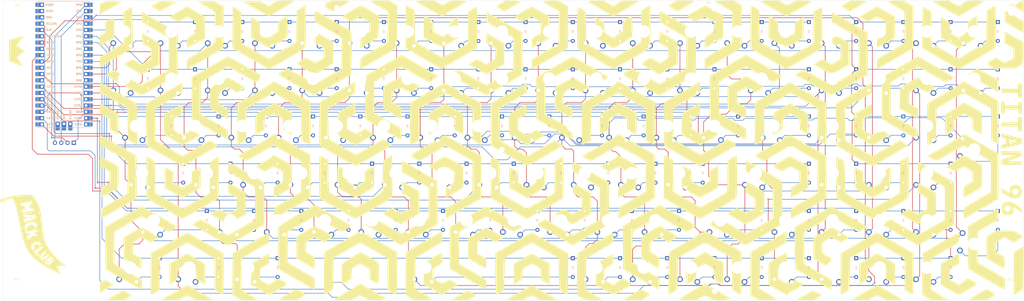
<source format=kicad_pcb>
(kicad_pcb (version 20240108) (generator "pcbnew") (generator_version "8.0")
  (layers (0 "F.Cu" signal) (31 "B.Cu" signal) (34 "B.Paste" user) (35 "F.Paste" user) (36 "B.SilkS" user "B.Silkscreen") (37 "F.SilkS" user "F.Silkscreen") (38 "B.Mask" user) (39 "F.Mask" user) (44 "Edge.Cuts" user))
  (net 0 "")
  (net 1 "Net-(D1-A)")
  (net 2 "ROW0")
  (net 3 "ROW1")
  (net 4 "Net-(D2-A)")
  (net 5 "Net-(D3-A)")
  (net 6 "ROW2")
  (net 7 "Net-(D4-A)")
  (net 8 "ROW3")
  (net 9 "ROW4")
  (net 10 "Net-(D5-A)")
  (net 11 "ROW5")
  (net 12 "Net-(D6-A)")
  (net 13 "Net-(D7-A)")
  (net 14 "Net-(D8-A)")
  (net 15 "Net-(D9-A)")
  (net 16 "Net-(D10-A)")
  (net 17 "Net-(D11-A)")
  (net 18 "Net-(D12-A)")
  (net 19 "Net-(D13-A)")
  (net 20 "Net-(D14-A)")
  (net 21 "Net-(D15-A)")
  (net 22 "Net-(D16-A)")
  (net 23 "Net-(D17-A)")
  (net 24 "Net-(D18-A)")
  (net 25 "Net-(D19-A)")
  (net 26 "Net-(D20-A)")
  (net 27 "Net-(D21-A)")
  (net 28 "Net-(D22-A)")
  (net 29 "Net-(D23-A)")
  (net 30 "Net-(D24-A)")
  (net 31 "Net-(D25-A)")
  (net 32 "Net-(D26-A)")
  (net 33 "Net-(D27-A)")
  (net 34 "Net-(D28-A)")
  (net 35 "Net-(D29-A)")
  (net 36 "Net-(D30-A)")
  (net 37 "Net-(D31-A)")
  (net 38 "Net-(D32-A)")
  (net 39 "Net-(D33-A)")
  (net 40 "Net-(D34-A)")
  (net 41 "Net-(D35-A)")
  (net 42 "Net-(D36-A)")
  (net 43 "Net-(D37-A)")
  (net 44 "Net-(D38-A)")
  (net 45 "Net-(D39-A)")
  (net 46 "Net-(D40-A)")
  (net 47 "Net-(D41-A)")
  (net 48 "Net-(D42-A)")
  (net 49 "Net-(D43-A)")
  (net 50 "Net-(D44-A)")
  (net 51 "Net-(D45-A)")
  (net 52 "Net-(D46-A)")
  (net 53 "Net-(D47-A)")
  (net 54 "Net-(D48-A)")
  (net 55 "Net-(D49-A)")
  (net 56 "Net-(D50-A)")
  (net 57 "Net-(D51-A)")
  (net 58 "Net-(D52-A)")
  (net 59 "Net-(D53-A)")
  (net 60 "Net-(D54-A)")
  (net 61 "Net-(D55-A)")
  (net 62 "Net-(D56-A)")
  (net 63 "Net-(D57-A)")
  (net 64 "Net-(D58-A)")
  (net 65 "Net-(D59-A)")
  (net 66 "Net-(D60-A)")
  (net 67 "Net-(D61-A)")
  (net 68 "Net-(D62-A)")
  (net 69 "Net-(D63-A)")
  (net 70 "Net-(D64-A)")
  (net 71 "Net-(D65-A)")
  (net 72 "Net-(D66-A)")
  (net 73 "Net-(D67-A)")
  (net 74 "Net-(D68-A)")
  (net 75 "Net-(D69-A)")
  (net 76 "Net-(D70-A)")
  (net 77 "Net-(D71-A)")
  (net 78 "Net-(D72-A)")
  (net 79 "Net-(D73-A)")
  (net 80 "Net-(D74-A)")
  (net 81 "Net-(D75-A)")
  (net 82 "Net-(D76-A)")
  (net 83 "Net-(D77-A)")
  (net 84 "Net-(D78-A)")
  (net 85 "Net-(D79-A)")
  (net 86 "Net-(D80-A)")
  (net 87 "Net-(D81-A)")
  (net 88 "Net-(D82-A)")
  (net 89 "Net-(D83-A)")
  (net 90 "Net-(D84-A)")
  (net 91 "Net-(D85-A)")
  (net 92 "Net-(D86-A)")
  (net 93 "Net-(D87-A)")
  (net 94 "Net-(D88-A)")
  (net 95 "Net-(D89-A)")
  (net 96 "Net-(D90-A)")
  (net 97 "Net-(D91-A)")
  (net 98 "Net-(D92-A)")
  (net 99 "Net-(D93-A)")
  (net 100 "Net-(D94-A)")
  (net 101 "Net-(D95-A)")
  (net 102 "Net-(D96-A)")
  (net 103 "Net-(D97-A)")
  (net 104 "Net-(D98-A)")
  (net 105 "Net-(D99-A)")
  (net 106 "Net-(D100-A)")
  (net 107 "COL0")
  (net 108 "COL1")
  (net 109 "COL2")
  (net 110 "COL3")
  (net 111 "COL4")
  (net 112 "COL5")
  (net 113 "COL6")
  (net 114 "COL7")
  (net 115 "COL8")
  (net 116 "COL9")
  (net 117 "COL10")
  (net 118 "COL11")
  (net 119 "COL12")
  (net 120 "COL13")
  (net 121 "COL14")
  (net 122 "ROW6")
  (net 123 "ROW7")
  (net 124 "Net-(S36-Pad1)")
  (net 127 "GND")
  (net 129 "+3.3V")
  (net 130 "SDA")
  (net 136 "SCL")
  (footprint "Custom:Gateron-KS33-Solderable-1U" (layer "F.Cu") (at 638.8875 94.81)
    (property "Reference" "S40")
    (property "Value" "Keyswitch")
  )
  (footprint "Custom:Gateron-KS33-Solderable-1U" (layer "F.Cu") (at 653.175 18.61)
    (property "Reference" "S41")
    (property "Value" "Keyswitch")
  )
  (footprint "Custom:Gateron-KS33-Solderable-1.75U" (layer "F.Cu") (at 507.91875 75.76)
    (property "Reference" "S4")
    (property "Value" "Keyswitch")
  )
  (footprint "Custom:Gateron-KS33-Solderable-1U" (layer "F.Cu") (at 567.45 56.71)
    (property "Reference" "S23")
    (property "Value" "Keyswitch")
  )
  (footprint "Custom:Gateron-KS33-Solderable-1U" (layer "F.Cu") (at 824.625 75.76)
    (property "Reference" "S93")
    (property "Value" "Keyswitch")
  )
  (footprint "Custom:Gateron-KS33-Solderable-1U" (layer "F.Cu") (at 538.875 18.61)
    (property "Reference" "S10")
    (property "Value" "Keyswitch")
  )
  (footprint "Custom:Gateron-KS33-Solderable-2U" (layer "F.Cu") (at 757.95 37.66)
    (property "Reference" "S70")
    (property "Value" "Keyswitch")
  )
  (footprint "Custom:Gateron-KS33-Solderable-1U" (layer "F.Cu") (at 519.825 37.66)
    (property "Reference" "S8")
    (property "Value" "Keyswitch")
  )
  (footprint "Custom:Gateron-KS33-Solderable-1U" (layer "F.Cu") (at 843.675 18.61)
    (property "Reference" "S96")
    (property "Value" "Keyswitch")
  )
  (footprint "Custom:Gateron-KS33-Solderable-1U" (layer "F.Cu") (at 748.425 18.61)
    (property "Reference" "S69")
    (property "Value" "Keyswitch")
  )
  (footprint "Custom:Gateron-KS33-Solderable-1.75U" (layer "F.Cu") (at 741.28125 94.81)
    (property "Reference" "S67")
    (property "Value" "Keyswitch")
  )
  (footprint "Custom:Gateron-KS33-Solderable-1U" (layer "F.Cu") (at 824.625 94.81)
    (property "Reference" "S94")
    (property "Value" "Keyswitch")
  )
  (footprint "Custom:Gateron-KS33-Solderable-2U" (layer "F.Cu") (at 843.675 66.235 -90)
    (property "Reference" "S98")
    (property "Value" "Keyswitch")
  )
  (footprint "Custom:Gateron-KS33-Solderable-1U" (layer "F.Cu") (at 705.5625 75.76)
    (property "Reference" "S60")
    (property "Value" "Keyswitch")
  )
  (footprint "Custom:Gateron-KS33-Solderable-1U" (layer "F.Cu") (at 824.625 18.61)
    (property "Reference" "S90")
    (property "Value" "Keyswitch")
  )
  (footprint "Custom:Gateron-KS33-Solderable-1U" (layer "F.Cu") (at 615.075 18.61)
    (property "Reference" "S31")
    (property "Value" "Keyswitch")
  )
  (footprint "Custom:Gateron-KS33-Solderable-2.25U" (layer "F.Cu") (at 755.56875 75.76)
    (property "Reference" "S72")
    (property "Value" "Keyswitch")
  )
  (footprint "Custom:Gateron-KS33-Solderable-1U" (layer "F.Cu") (at 805.575 75.76)
    (property "Reference" "S87")
    (property "Value" "Keyswitch")
  )
  (footprint "Custom:Gateron-KS33-Solderable-1U" (layer "F.Cu") (at 805.575 56.71)
    (property "Reference" "S86")
    (property "Value" "Keyswitch")
  )
  (footprint "Custom:Gateron-KS33-Solderable-1U" (layer "F.Cu") (at 553.1625 75.76)
    (property "Reference" "S19")
    (property "Value" "Keyswitch")
  )
  (footprint "Custom:Gateron-KS33-Solderable-1U" (layer "F.Cu") (at 576.975 37.66)
    (property "Reference" "S22")
    (property "Value" "Keyswitch")
  )
  (footprint "Custom:Gateron-KS33-Solderable-1U" (layer "F.Cu") (at 591.2625 75.76)
    (property "Reference" "S29")
    (property "Value" "Keyswitch")
  )
  (footprint "Custom:Gateron-KS33-Solderable-1U" (layer "F.Cu") (at 710.325 37.66)
    (property "Reference" "S58")
    (property "Value" "Keyswitch")
  )
  (footprint "ScottoKeebs_Components:OLED_128x32" (layer "F.Cu") (at 470.6664 65.1 90)
    (property "Reference" "J1" (hide yes))
    (property "Value" "OLED_128x32")
  )
  (footprint "Custom:Gateron-KS33-Solderable-1U" (layer "F.Cu") (at 786.525 113.86)
    (property "Reference" "S83")
    (property "Value" "Keyswitch")
  )
  (footprint "Custom:Gateron-KS33-Solderable-1U" (layer "F.Cu") (at 824.625 56.71)
    (property "Reference" "S92")
    (property "Value" "Keyswitch")
  )
  (footprint "Custom:Gateron-KS33-Solderable-1U" (layer "F.Cu") (at 643.65 56.71)
    (property "Reference" "S43")
    (property "Value" "Keyswitch")
  )
  (footprint "Custom:Gateron-KS33-Solderable-1U" (layer "F.Cu") (at 738.9 56.71)
    (property "Reference" "S71")
    (property "Value" "Keyswitch")
  )
  (footprint "Custom:Gateron-KS33-Solderable-1U" (layer "F.Cu") (at 596.025 37.66)
    (property "Reference" "S27")
    (property "Value" "Keyswitch")
  )
  (footprint "Custom:Gateron-KS33-Solderable-1U" (layer "F.Cu") (at 619.8375 94.81)
    (property "Reference" "S35")
    (property "Value" "Keyswitch")
  )
  (footprint "Custom:Gateron-KS33-Solderable-1U" (layer "F.Cu") (at 786.525 75.76)
    (property "Reference" "S81")
    (property "Value" "Keyswitch")
  )
  (footprint "Custom:Gateron-KS33-Solderable-1U" (layer "F.Cu") (at 824.625 113.86)
    (property "Reference" "S95")
    (property "Value" "Keyswitch")
  )
  (footprint "Custom:Gateron-KS33-Solderable-1U" (layer "F.Cu") (at 729.375 37.66)
    (property "Reference" "S64")
    (property "Value" "Keyswitch")
  )
  (footprint "Custom:Gateron-KS33-Solderable-1U" (layer "F.Cu") (at 610.3125 75.76)
    (property "Reference" "S34")
    (property "Value" "Keyswitch")
  )
  (footprint "MountingHole:MountingHole_2.2mm_M2" (layer "F.Cu") (at 858.012 121.92)
    (property "Reference" "H2")
    (property "Value" "MountingHole")
  )
  (footprint "MountingHole:MountingHole_2.2mm_M2" (layer "F.Cu") (at 457.708 11.176)
    (property "Reference" "H1")
    (property "Value" "MountingHole")
  )
  (footprint "Custom:Gateron-KS33-Solderable-1U" (layer "F.Cu") (at 600.7875 94.81)
    (property "Reference" "S30")
    (property "Value" "Keyswitch")
  )
  (footprint "Custom:Gateron-KS33-Solderable-1U" (layer "F.Cu") (at 824.625 37.66)
    (property "Reference" "S91")
    (property "Value" "Keyswitch")
  )
  (footprint "Custom:Gateron-KS33-Solderable-1U" (layer "F.Cu") (at 648.4125 75.76)
    (property "Reference" "S44")
    (property "Value" "Keyswitch")
  )
  (footprint "Custom:Gateron-KS33-Solderable-1U" (layer "F.Cu") (at 615.075 37.66)
    (property "Reference" "S32")
    (property "Value" "Keyswitch")
  )
  (footprint "Custom:Gateron-KS33-Solderable-1U" (layer "F.Cu") (at 805.575 94.81)
    (property "Reference" "S88")
    (property "Value" "Keyswitch")
  )
  (footprint "Custom:Gateron-KS33-Solderable-1U" (layer "F.Cu") (at 748.425 113.86)
    (property "Reference" "S74")
    (property "Value" "Keyswitch")
  )
  (footprint "Custom:Gateron-KS33-Solderable-1U" (layer "F.Cu") (at 696.0375 94.81)
    (property "Reference" "S55")
    (property "Value" "Keyswitch")
  )
  (footprint "Custom:Gateron-KS33-Solderable-1U" (layer "F.Cu") (at 557.925 37.66)
    (property "Reference" "S17")
    (property "Value" "Keyswitch")
  )
  (footprint "Custom:Gateron-KS33-Solderable-1U" (layer "F.Cu") (at 805.575 37.66)
    (property "Reference" "S85")
    (property "Value" "Keyswitch")
  )
  (footprint "Custom:Gateron-KS33-Solderable-1U" (layer "F.Cu") (at 719.85 56.71)
    (property "Reference" "S65")
    (property "Value" "Keyswitch")
  )
  (footprint "Custom:Gateron-KS33-Solderable-1U" (layer "F.Cu") (at 557.925 18.61)
    (property "Reference" "S16")
    (property "Value" "Keyswitch")
  )
  (footprint "MountingHole:MountingHole_2.2mm_M2" (layer "F.Cu") (at 858.52 11.176)
    (property "Reference" "H3")
    (property "Value" "MountingHole")
  )
  (footprint "Custom:Gateron-KS33-Solderable-1U" (layer "F.Cu") (at 786.525 94.81)
    (property "Reference" "S82")
    (property "Value" "Keyswitch")
  )
  (footprint "Custom:Gateron-KS33-Solderable-1U" (layer "F.Cu") (at 605.55 56.71)
    (property "Reference" "S33")
    (property "Value" "Keyswitch")
  )
  (footprint "MountingHole:MountingHole_2.2mm_M2" (layer "F.Cu") (at 653.175 66.235)
    (property "Reference" "H5")
    (property "Value" "MountingHole")
  )
  (footprint "Custom:Gateron-KS33-Solderable-1U" (layer "F.Cu") (at 572.2125 75.76)
    (property "Reference" "S24")
    (property "Value" "Keyswitch")
  )
  (footprint "Custom:Gateron-KS33-Solderable-1U" (layer "F.Cu") (at 586.5 56.71)
    (property "Reference" "S28")
    (property "Value" "Keyswitch")
  )
  (footprint "Custom:Gateron-KS33-Solderable-6.25U" (layer "F.Cu") (at 622.21875 113.86)
    (property "Reference" "S100")
    (property "Value" "Keyswitch")
  )
  (footprint "Custom:Gateron-KS33-Solderable-1U" (layer "F.Cu") (at 500.775 37.66)
    (property "Reference" "S2")
    (property "Value" "Keyswitch")
  )
  (footprint "Custom:Gateron-KS33-Solderable-1.25U" (layer "F.Cu") (at 503.15625 113.86)
    (property "Reference" "S6")
    (property "Value" "Keyswitch")
  )
  (footprint "Custom:Gateron-KS33-Solderable-1U" (layer "F.Cu") (at 672.225 37.66)
    (property "Reference" "S47")
    (property "Value" "Keyswitch")
  )
  (footprint "Custom:Gateron-KS33-Solderable-1U" (layer "F.Cu") (at 691.275 18.61)
    (property "Reference" "S51")
    (property "Value" "Keyswitch")
  )
  (footprint "Custom:Gateron-KS33-Solderable-1U" (layer "F.Cu") (at 715.0875 94.81)
    (property "Reference" "S61")
    (property "Value" "Keyswitch")
  )
  (footprint "Custom:Gateron-KS33-Solderable-1U" (layer "F.Cu") (at 767.475 113.86)
    (property "Reference" "S77")
    (property "Value" "Keyswitch")
  )
  (footprint "Custom:Gateron-KS33-Solderable-1U" (layer "F.Cu") (at 786.525 37.66)
    (property "Reference" "S79")
    (property "Value" "Keyswitch")
  )
  (footprint "MountingHole:MountingHole_2.2mm_M2" (layer "F.Cu") (at 457.2 121.92)
    (property "Reference" "H4")
    (property "Value" "MountingHole")
  )
  (footprint "Custom:Gateron-KS33-Solderable-1U" (layer "F.Cu") (at 562.6875 94.81)
    (property "Reference" "S20")
    (property "Value" "Keyswitch")
  )
  (footprint "Custom:Gateron-KS33-Solderable-1U" (layer "F.Cu") (at 710.325 18.61)
    (property "Reference" "S57")
    (property "Value" "Keyswitch")
  )
  (footprint "Custom:Gateron-KS33-Solderable-1U" (layer "F.Cu") (at 710.325 113.86)
    (property "Reference" "S62")
    (property "Value" "Keyswitch")
  )
  (footprint "Custom:Gateron-KS33-Solderable-1U" (layer "F.Cu") (at 534.1125 75.76)
    (property "Reference" "S13")
    (property "Value" "Keyswitch")
  )
  (footprint "Custom:Gateron-KS33-Solderable-1U" (layer "F.Cu") (at 624.6 56.71)
    (property "Reference" "S38")
    (property "Value" "Keyswitch")
  )
  (footprint "Custom:Gateron-KS33-Solderable-1U" (layer "F.Cu") (at 786.525 56.71)
    (property "Reference" "S80")
    (property "Value" "Keyswitch")
  )
  (footprint "Custom:Gateron-KS33-Solderable-1U" (layer "F.Cu") (at 662.7 56.71)
    (property "Reference" "S48")
    (property "Value" "Keyswitch")
  )
  (footprint "Custom:Gateron-KS33-Solderable-1U" (layer "F.Cu") (at 767.475 18.61)
    (property "Reference" "S73")
    (property "Value" "Keyswitch")
  )
  (footprint "Custom:Gateron-KS33-Solderable-1U" (layer "F.Cu") (at 519.825 18.61)
    (property "Reference" "S7")
    (property "Value" "Keyswitch")
  )
  (footprint "MountingHole:MountingHole_2.2mm_M2" (layer "F.Cu") (at 586.5 9.085)
    (property "Reference" "H6")
    (property "Value" "MountingHole")
  )
  (footprint "Custom:Gateron-KS33-Solderable-1U" (layer "F.Cu") (at 667.4625 75.76)
    (property "Reference" "S49")
    (property "Value" "Keyswitch")
  )
  (footprint "Custom:Gateron-KS33-Solderable-1U" (layer "F.Cu") (at 724.6125 75.76)
    (property "Reference" "S66")
    (property "Value" "Keyswitch")
  )
  (footprint "Custom:Gateron-KS33-Solderable-1U" (layer "F.Cu") (at 672.225 18.61)
    (property "Reference" "S46")
    (property "Value" "Keyswitch")
  )
  (footprint "Custom:Gateron-KS33-Solderable-1U" (layer "F.Cu") (at 529.35 56.71)
    (property "Reference" "S12")
    (property "Value" "Keyswitch")
  )
  (footprint "Custom:Gateron-KS33-Solderable-1U" (layer "F.Cu") (at 634.125 18.61)
    (property "Reference" "S36")
    (property "Value" "Keyswitch")
  )
  (footprint "Custom:Gateron-KS33-Solderable-2U" (layer "F.Cu") (at 843.675 104.335 -90)
    (property "Reference" "S99")
    (property "Value" "Keyswitch")
  )
  (footprint "Custom:Gateron-KS33-Solderable-1U" (layer "F.Cu") (at 576.975 18.61)
    (property "Reference" "S21")
    (property "Value" "Keyswitch")
  )
  (footprint "MountingHole:MountingHole_2.2mm_M2" (layer "F.Cu") (at 738.9 123.385)
    (property "Reference" "H8")
    (property "Value" "MountingHole")
  )
  (footprint "Custom:Gateron-KS33-Solderable-1U" (layer "F.Cu") (at 653.175 37.66)
    (property "Reference" "S42")
    (property "Value" "Keyswitch")
  )
  (footprint "Custom:Gateron-KS33-Solderable-1U" (layer "F.Cu") (at 729.375 18.61)
    (property "Reference" "S63")
    (property "Value" "Keyswitch")
  )
  (footprint "Custom:Gateron-KS33-Solderable-1U" (layer "F.Cu") (at 681.75 56.71)
    (property "Reference" "S53")
    (property "Value" "Keyswitch")
  )
  (footprint "Custom:Gateron-KS33-Solderable-1.5U" (layer "F.Cu") (at 505.5375 56.71)
    (property "Reference" "S3")
    (property "Value" "Keyswitch")
  )
  (footprint "Custom:Gateron-KS33-Solderable-1U" (layer "F.Cu") (at 538.875 37.66)
    (property "Reference" "S11")
    (property "Value" "Keyswitch")
  )
  (footprint "Custom:Gateron-KS33-Solderable-1U" (layer "F.Cu") (at 686.5125 75.76)
    (property "Reference" "S54")
    (property "Value" "Keyswitch")
  )
  (footprint "Custom:Gateron-KS33-Solderable-1U" (layer "F.Cu") (at 691.275 37.66)
    (property "Reference" "S52")
    (property "Value" "Keyswitch")
  )
  (footprint "Custom:Gateron-KS33-Solderable-1.25U" (layer "F.Cu") (at 550.78125 113.86)
    (property "Reference" "S15")
    (property "Value" "Keyswitch")
  )
  (footprint "MountingHole:MountingHole_2.2mm_M2" (layer "F.Cu") (at 586.5 122.936)
    (property "Reference" "H7")
    (property "Value" "MountingHole")
  )
  (footprint "Custom:Gateron-KS33-Solderable-1U" (layer "F.Cu") (at 596.025 18.61)
    (property "Reference" "S26")
    (property "Value" "Keyswitch")
  )
  (footprint "Custom:Gateron-KS33-Solderable-1U" (layer "F.Cu") (at 805.575 18.61)
    (property "Reference" "S84")
    (property "Value" "Keyswitch")
  )
  (footprint "Custom:Gateron-KS33-Solderable-1U" (layer "F.Cu") (at 691.275 113.86)
    (property "Reference" "S56")
    (property "Value" "Keyswitch")
  )
  (footprint "Custom:Gateron-KS33-Solderable-1U" (layer "F.Cu") (at 629.3625 75.76)
    (property "Reference" "S39")
    (property "Value" "Keyswitch")
  )
  (footprint "Custom:Gateron-KS33-Solderable-1U" (layer "F.Cu") (at 767.475 94.81)
    (property "Reference" "S76")
    (property "Value" "Keyswitch")
  )
  (footprint "Custom:Gateron-KS33-Solderable-1U" (layer "F.Cu") (at 543.6375 94.81)
    (property "Reference" "S14")
    (property "Value" "Keyswitch")
  )
  (footprint "Custom:Gateron-KS33-Solderable-1U" (layer "F.Cu") (at 786.525 18.61)
    (property "Reference" "S78")
    (property "Value" "Keyswitch")
  )
  (footprint "Custom:Gateron-KS33-Solderable-1U" (layer "F.Cu") (at 805.575 113.86)
    (property "Reference" "S89")
    (property "Value" "Keyswitch")
  )
  (footprint "Custom:Gateron-KS33-Solderable-1.5U" (layer "F.Cu") (at 762.7125 56.71)
    (property "Reference" "S75")
    (property "Value" "Keyswitch")
  )
  (footprint "Extras:Pattern" (layer "F.Cu") (at 656.9456 66.235)
    (property "Reference" "G***" (hide yes))
    (property "Value" "LOGO" (hide yes))
  )
  (footprint "Custom:Gateron-KS33-Solderable-1.25U" (layer "F.Cu") (at 526.96875 113.86)
    (property "Reference" "S9")
    (property "Value" "Keyswitch")
  )
  (footprint "Custom:Gateron-KS33-Solderable-2.25U" (layer "F.Cu") (at 512.68125 94.81)
    (property "Reference" "S5")
    (property "Value" "Keyswitch")
  )
  (footprint "Custom:Gateron-KS33-Solderable-1U" (layer "F.Cu") (at 657.9375 94.81)
    (property "Reference" "S45")
    (property "Value" "Keyswitch")
  )
  (footprint "Custom:Gateron-KS33-Solderable-1U" (layer "F.Cu") (at 700.8 56.71)
    (property "Reference" "S59")
    (property "Value" "Keyswitch")
  )
  (footprint "Custom:Gateron-KS33-Solderable-1U" (layer "F.Cu") (at 634.125 37.66)
    (property "Reference" "S37")
    (property "Value" "Keyswitch")
  )
  (footprint "MountingHole:MountingHole_2.2mm_M2" (layer "F.Cu") (at 738.9 9.534)
    (property "Reference" "H9")
    (property "Value" "MountingHole")
  )
  (footprint "Custom:Gateron-KS33-Solderable-1U" (layer "F.Cu") (at 500.775 18.61)
    (property "Reference" "S1")
    (property "Value" "Keyswitch")
  )
  (footprint "Custom:Gateron-KS33-Solderable-1U" (layer "F.Cu") (at 729.375 113.86)
    (property "Reference" "S68")
    (property "Value" "Keyswitch")
  )
  (footprint "Custom:Gateron-KS33-Solderable-1U" (layer "F.Cu") (at 581.7375 94.81)
    (property "Reference" "S25")
    (property "Value" "Keyswitch")
  )
  (footprint "Custom:Gateron-KS33-Solderable-1U" (layer "F.Cu") (at 843.675 37.66)
    (property "Reference" "S97")
    (property "Value" "Keyswitch")
  )
  (footprint "Custom:Gateron-KS33-Solderable-1U" (layer "F.Cu") (at 676.9875 94.81)
    (property "Reference" "S50")
    (property "Value" "Keyswitch")
  )
  (footprint "Custom:Gateron-KS33-Solderable-1U" (layer "F.Cu") (at 548.4 56.71)
    (property "Reference" "S18")
    (property "Value" "Keyswitch")
  )
  (footprint "ScottoKeebs_Components:Diode_DO-35" (layer "B.Cu") (at 719.85 110.05 -90)
    (property "Reference" "D62" (hide yes))
    (property "Value" "Diode" (hide yes))
  )
  (footprint "ScottoKeebs_Components:Diode_DO-35" (layer "B.Cu") (at 538.875 110.05 -90)
    (property "Reference" "D9" (hide yes))
    (property "Value" "Diode" (hide yes))
  )
  (footprint "ScottoKeebs_Components:Diode_DO-35" (layer "B.Cu") (at 648.4125 91 -90)
    (property "Reference" "D40" (hide yes))
    (property "Value" "Diode" (hide yes))
  )
  (footprint "ScottoKeebs_Components:Diode_DO-35" (layer "B.Cu") (at 553.1625 91 -90)
    (property "Reference" "D14" (hide yes))
    (property "Value" "Diode" (hide yes))
  )
  (footprint "ScottoKeebs_Components:Diode_DO-35" (layer "B.Cu") (at 834.15 52.9 -90)
    (property "Reference" "D92" (hide yes))
    (property "Value" "Diode" (hide yes))
  )
  (footprint "ScottoKeebs_Components:Diode_DO-35" (layer "B.Cu") (at 815.1 91 -90)
    (property "Reference" "D88" (hide yes))
    (property "Value" "Diode" (hide yes))
  )
  (footprint "ScottoKeebs_Components:Diode_DO-35" (layer "B.Cu") (at 853.2 91 -90)
    (property "Reference" "D99" (hide yes))
    (property "Value" "Diode" (hide yes))
  )
  (footprint "ScottoKeebs_Components:Diode_DO-35" (layer "B.Cu") (at 615.075 52.9 -90)
    (property "Reference" "D33" (hide yes))
    (property "Value" "Diode" (hide yes))
  )
  (footprint "ScottoKeebs_Components:Diode_DO-35" (layer "B.Cu") (at 853.2 14.8 -90)
    (property "Reference" "D96" (hide yes))
    (property "Value" "Diode" (hide yes))
  )
  (footprint "ScottoKeebs_Components:Diode_DO-35" (layer "B.Cu") (at 719.85 33.85 -90)
    (property "Reference" "D58" (hide yes))
    (property "Value" "Diode" (hide yes))
  )
  (footprint "ScottoKeebs_Components:Diode_DO-35" (layer "B.Cu") (at 796.05 71.95 -90)
    (property "Reference" "D81" (hide yes))
    (property "Value" "Diode" (hide yes))
  )
  (footprint "ScottoKeebs_Components:Diode_DO-35" (layer "B.Cu") (at 796.05 14.8 -90)
    (property "Reference" "D78" (hide yes))
    (property "Value" "Diode" (hide yes))
  )
  (footprint "ScottoKeebs_Components:Diode_DO-35" (layer "B.Cu") (at 796.05 52.9 -90)
    (property "Reference" "D80" (hide yes))
    (property "Value" "Diode" (hide yes))
  )
  (footprint "ScottoKeebs_Components:Diode_DO-35" (layer "B.Cu") (at 515.0625 110.05 -90)
    (property "Reference" "D6" (hide yes))
    (property "Value" "Diode" (hide yes))
  )
  (footprint "ScottoKeebs_Components:Diode_DO-35" (layer "B.Cu") (at 681.75 110.05 -90)
    (property "Reference" "D100" (hide yes))
    (property "Value" "Diode" (hide yes))
  )
  (footprint "ScottoKeebs_Components:Diode_DO-35" (layer "B.Cu") (at 738.9 110.05 -90)
    (property "Reference" "D68" (hide yes))
    (property "Value" "Diode" (hide yes))
  )
  (footprint "ScottoKeebs_Components:Diode_DO-35" (layer "B.Cu") (at 705.5625 91 -90)
    (property "Reference" "D55" (hide yes))
    (property "Value" "Diode" (hide yes))
  )
  (footprint "ScottoKeebs_Components:Diode_DO-35" (layer "B.Cu") (at 662.7 14.8 -90)
    (property "Reference" "D41" (hide yes))
    (property "Value" "Diode" (hide yes))
  )
  (footprint "ScottoKeebs_Components:Diode_DO-35" (layer "B.Cu") (at 572.2125 91 -90)
    (property "Reference" "D20" (hide yes))
    (property "Value" "Diode" (hide yes))
  )
  (footprint "ScottoKeebs_Components:Diode_DO-35" (layer "B.Cu") (at 676.9875 71.95 -90)
    (property "Reference" "D49" (hide yes))
    (property "Value" "Diode" (hide yes))
  )
  (footprint "ScottoKeebs_Components:Diode_DO-35" (layer "B.Cu") (at 834.15 33.85 -90)
    (property "Reference" "D91" (hide yes))
    (property "Value" "Diode" (hide yes))
  )
  (footprint "ScottoKeebs_Components:Diode_DO-35" (layer "B.Cu") (at 815.1 52.9 -90)
    (property "Reference" "D86" (hide yes))
    (property "Value" "Diode" (hide yes))
  )
  (footprint "ScottoKeebs_Components:Diode_DO-35" (layer "B.Cu") (at 605.55 33.85 -90)
    (property "Reference" "D27" (hide yes))
    (property "Value" "Diode" (hide yes))
  )
  (footprint "ScottoKeebs_Components:Diode_DO-35" (layer "B.Cu") (at 777 71.95 -90)
    (property "Reference" "D72" (hide yes))
    (property "Value" "Diode" (hide yes))
  )
  (footprint "ScottoKeebs_Components:Diode_DO-35" (layer "B.Cu") (at 510.3 33.85 -90)
    (property "Reference" "D2" (hide yes))
    (property "Value" "Diode" (hide yes))
  )
  (footprint "ScottoKeebs_Components:Diode_DO-35" (layer "B.Cu") (at 700.8 14.8 -90)
    (property "Reference" "D51" (hide yes))
    (property "Value" "Diode" (hide yes))
  )
  (footprint "ScottoKeebs_Components:Diode_DO-35" (layer "B.Cu") (at 796.05 110.05 -90)
    (property "Reference" "D83" (hide yes))
    (property "Value" "Diode" (hide yes))
  )
  (footprint "ScottoKeebs_Components:Diode_DO-35" (layer "B.Cu") (at 638.8875 71.95 -90)
    (property "Reference" "D39" (hide yes))
    (property "Value" "Diode" (hide yes))
  )
  (footprint "ScottoKeebs_Components:Diode_DO-35" (layer "B.Cu") (at 619.8375 71.95 -90)
    (property "Reference" "D34" (hide yes))
    (property "Value" "Diode" (hide yes))
  )
  (footprint "ScottoKeebs_Components:Diode_DO-35" (layer "B.Cu") (at 700.8 110.05 -90)
    (property "Reference" "D56" (hide yes))
    (property "Value" "Diode" (hide yes))
  )
  (footprint "ScottoKeebs_Components:Diode_DO-35" (layer "B.Cu") (at 834.15 71.95 -90)
    (property "Reference" "D93" (hide yes))
    (property "Value" "Diode" (hide yes))
  )
  (footprint "ScottoKeebs_Components:Diode_DO-35" (layer "B.Cu") (at 576.975 52.9 -90)
    (property "Reference" "D23" (hide yes))
    (property "Value" "Diode" (hide yes))
  )
  (footprint "ScottoKeebs_Components:Diode_DO-35" (layer "B.Cu") (at 738.9 14.8 -90)
    (property "Reference" "D63" (hide yes))
    (property "Value" "Diode" (hide yes))
  )
  (footprint "ScottoKeebs_Components:Diode_DO-35" (layer "B.Cu") (at 796.05 91 -90)
    (property "Reference" "D82" (hide yes))
    (property "Value" "Diode" (hide yes))
  )
  (footprint "ScottoKeebs_MCU:Raspberry_Pi_Pico" (layer "B.Cu") (at 476.504 31.9622 180)
    (property "Reference" "U1" (hide yes))
    (property "Value" "Raspberry_Pi_Pico" (hide yes))
  )
  (footprint "ScottoKeebs_Components:Diode_DO-35" (layer "B.Cu") (at 643.65 14.8 -90)
    (property "Reference" "D36" (hide yes))
    (property "Value" "Diode" (hide yes))
  )
  (footprint "ScottoKeebs_Components:Diode_DO-35" (layer "B.Cu") (at 710.325 52.9 -90)
    (property "Reference" "D59" (hide yes))
    (property "Value" "Diode" (hide yes))
  )
  (footprint "ScottoKeebs_Components:Diode_DO-35" (layer "B.Cu") (at 681.75 14.8 -90)
    (property "Reference" "D46" (hide yes))
    (property "Value" "Diode" (hide yes))
  )
  (footprint "ScottoKeebs_Components:Diode_DO-35" (layer "B.Cu") (at 738.9 33.85 -90)
    (property "Reference" "D64" (hide yes))
    (property "Value" "Diode" (hide yes))
  )
  (footprint "ScottoKeebs_Components:Diode_DO-35" (layer "B.Cu") (at 534.1125 91 -90)
    (property "Reference" "D5" (hide yes))
    (property "Value" "Diode" (hide yes))
  )
  (footprint "ScottoKeebs_Components:Diode_DO-35" (layer "B.Cu") (at 629.3625 91 -90)
    (property "Reference" "D35" (hide yes))
    (property "Value" "Diode" (hide yes))
  )
  (footprint "ScottoKeebs_Components:Diode_DO-35" (layer "B.Cu") (at 681.75 33.85 -90)
    (property "Reference" "D47" (hide yes))
    (property "Value" "Diode" (hide yes))
  )
  (footprint "ScottoKeebs_Components:Diode_DO-35" (layer "B.Cu") (at 834.15 91 -90)
    (property "Reference" "D94" (hide yes))
    (property "Value" "Diode" (hide yes))
  )
  (footprint "ScottoKeebs_Components:Diode_DO-35" (layer "B.Cu") (at 657.9375 71.95 -90)
    (property "Reference" "D44" (hide yes))
    (property "Value" "Diode" (hide yes))
  )
  (footprint "ScottoKeebs_Components:Diode_DO-35" (layer "B.Cu") (at 562.6875 71.95 -90)
    (property "Reference" "D19" (hide yes))
    (property "Value" "Diode" (hide yes))
  )
  (footprint "ScottoKeebs_Components:Diode_DO-35" (layer "B.Cu") (at 853.2 33.85 -90)
    (property "Reference" "D97" (hide yes))
    (property "Value" "Diode" (hide yes))
  )
  (footprint "ScottoKeebs_Components:Diode_DO-35" (layer "B.Cu") (at 643.65 33.85 -90)
    (property "Reference" "D37" (hide yes))
    (property "Value" "Diode" (hide yes))
  )
  (footprint "ScottoKeebs_Components:Diode_DO-35" (layer "B.Cu") (at 729.375 52.9 -90)
    (property "Reference" "D65" (hide yes))
    (property "Value" "Diode" (hide yes))
  )
  (footprint "ScottoKeebs_Components:Diode_DO-35" (layer "B.Cu") (at 834.15 14.8 -90)
    (property "Reference" "D90" (hide yes))
    (property "Value" "Diode" (hide yes))
  )
  (footprint "ScottoKeebs_Components:Diode_DO-35" (layer "B.Cu") (at 653.175 52.9 -90)
    (property "Reference" "D43" (hide yes))
    (property "Value" "Diode" (hide yes))
  )
  (footprint "ScottoKeebs_Components:Diode_DO-35" (layer "B.Cu") (at 815.1 14.8 -90)
    (property "Reference" "D84" (hide yes))
    (property "Value" "Diode" (hide yes))
  )
  (footprint "ScottoKeebs_Components:Diode_DO-35" (layer "B.Cu") (at 715.0875 71.95 -90)
    (property "Reference" "D60" (hide yes))
    (property "Value" "Diode" (hide yes))
  )
  (footprint "ScottoKeebs_Components:Diode_DO-35" (layer "B.Cu") (at 581.7375 71.95 -90)
    (property "Reference" "D24" (hide yes))
    (property "Value" "Diode" (hide yes))
  )
  (footprint "ScottoKeebs_Components:Diode_DO-35" (layer "B.Cu") (at 724.6125 91 -90)
    (property "Reference" "D61" (hide yes))
    (property "Value" "Diode" (hide yes))
  )
  (footprint "ScottoKeebs_Components:Diode_DO-35" (layer "B.Cu") (at 719.85 14.8 -90)
    (property "Reference" "D57" (hide yes))
    (property "Value" "Diode" (hide yes))
  )
  (footprint "ScottoKeebs_Components:Diode_DO-35" (layer "B.Cu") (at 672.225 52.9 -90)
    (property "Reference" "D48" (hide yes))
    (property "Value" "Diode" (hide yes))
  )
  (footprint "ScottoKeebs_Components:Diode_DO-35" (layer "B.Cu") (at 734.1375 71.95 -90)
    (property "Reference" "D66" (hide yes))
    (property "Value" "Diode" (hide yes))
  )
  (footprint "ScottoKeebs_Components:Diode_DO-35" (layer "B.Cu") (at 586.5 33.85 -90)
    (property "Reference" "D22" (hide yes))
    (property "Value" "Diode" (hide yes))
  )
  (footprint "ScottoKeebs_Components:Diode_DO-35" (layer "B.Cu") (at 815.1 71.95 -90)
    (property "Reference" "D87" (hide yes))
    (property "Value" "Diode" (hide yes))
  )
  (footprint "ScottoKeebs_Components:Diode_DO-35" (layer "B.Cu") (at 757.95 91 -90)
    (property "Reference" "D67" (hide yes))
    (property "Value" "Diode" (hide yes))
  )
  (footprint "ScottoKeebs_Components:Diode_DO-35" (layer "B.Cu") (at 557.925 52.9 -90)
    (property "Reference" "D18" (hide yes))
    (property "Value" "Diode" (hide yes))
  )
  (footprint "ScottoKeebs_Components:Diode_DO-35" (layer "B.Cu") (at 519.825 52.9 -90)
    (property "Reference" "D3" (hide yes))
    (property "Value" "Diode" (hide yes))
  )
  (footprint "ScottoKeebs_Components:Diode_DO-35" (layer "B.Cu") (at 548.4 14.8 -90)
    (property "Reference" "D10" (hide yes))
    (property "Value" "Diode" (hide yes))
  )
  (footprint "ScottoKeebs_Components:Diode_DO-35" (layer "B.Cu") (at 591.2625 91 -90)
    (property "Reference" "D25" (hide yes))
    (property "Value" "Diode" (hide yes))
  )
  (footprint "ScottoKeebs_Components:Diode_DO-35" (layer "B.Cu") (at 777 110.05 -90)
    (property "Reference" "D77" (hide yes))
    (property "Value" "Diode" (hide yes))
  )
  (footprint "ScottoKeebs_Components:Diode_DO-35" (layer "B.Cu") (at 693.525 52.9 -90)
    (property "Reference" "D53" (hide yes))
    (property "Value" "Diode" (hide yes))
  )
  (footprint "ScottoKeebs_Components:Diode_DO-35" (layer "B.Cu") (at 662.7 33.85 -90)
    (property "Reference" "D42" (hide yes))
    (property "Value" "Diode" (hide yes))
  )
  (footprint "ScottoKeebs_Components:Diode_DO-35" (layer "B.Cu") (at 605.55 14.8 -90)
    (property "Reference" "D26" (hide yes))
    (property "Value" "Diode" (hide yes))
  )
  (footprint "ScottoKeebs_Components:Diode_DO-35" (layer "B.Cu") (at 777 33.85 -90)
    (property "Reference" "D70" (hide yes))
    (property "Value" "Diode" (hide yes))
  )
  (footprint "ScottoKeebs_Components:Diode_DO-35" (layer "B.Cu") (at 610.3125 91 -90)
    (property "Reference" "D30" (hide yes))
    (property "Value" "Diode" (hide yes))
  )
  (footprint "ScottoKeebs_Components:Diode_DO-35" (layer "B.Cu") (at 815.1 33.85 -90)
    (property "Reference" "D85" (hide yes))
    (property "Value" "Diode" (hide yes))
  )
  (footprint "ScottoKeebs_Components:Diode_DO-35" (layer "B.Cu") (at 696.0375 71.95 -90)
    (property "Reference" "D54" (hide yes))
    (property "Value" "Diode" (hide yes))
  )
  (footprint "ScottoKeebs_Components:Diode_DO-35" (layer "B.Cu") (at 757.95 110.05 -90)
    (property "Reference" "D74" (hide yes))
    (property "Value" "Diode" (hide yes))
  )
  (footprint "ScottoKeebs_Components:Diode_DO-35" (layer "B.Cu") (at 777 52.9 -90)
    (property "Reference" "D75" (hide yes))
    (property "Value" "Diode" (hide yes))
  )
  (footprint "ScottoKeebs_Components:Diode_DO-35" (layer "B.Cu") (at 600.7875 71.95 -90)
    (property "Reference" "D29" (hide yes))
    (property "Value" "Diode" (hide yes))
  )
  (footprint "ScottoKeebs_Components:Diode_DO-35" (layer "B.Cu") (at 567.45 14.8 -90)
    (property "Reference" "D16" (hide yes))
    (property "Value" "Diode" (hide yes))
  )
  (footprint "ScottoKeebs_Components:Diode_DO-35" (layer "B.Cu") (at 834.15 110.05 -90)
    (property "Reference" "D95" (hide yes))
    (property "Value" "Diode" (hide yes))
  )
  (footprint "ScottoKeebs_Components:Diode_DO-35" (layer "B.Cu") (at 667.4625 91 -90)
    (property "Reference" "D45" (hide yes))
    (property "Value" "Diode" (hide yes))
  )
  (footprint "ScottoKeebs_Components:Diode_DO-35" (layer "B.Cu") (at 777 91 -90)
    (property "Reference" "D76" (hide yes))
    (property "Value" "Diode" (hide yes))
  )
  (footprint "ScottoKeebs_Components:Diode_DO-35" (layer "B.Cu") (at 815.1 110.05 -90)
    (property "Reference" "D89" (hide yes))
    (property "Value" "Diode" (hide yes))
  )
  (footprint "ScottoKeebs_Components:Diode_DO-35" (layer "B.Cu") (at 586.5 14.8 -90)
    (property "Reference" "D21" (hide yes))
    (property "Value" "Diode" (hide yes))
  )
  (footprint "ScottoKeebs_Components:Diode_DO-35" (layer "B.Cu") (at 634.125 52.9 -90)
    (property "Reference" "D38" (hide yes))
    (property "Value" "Diode" (hide yes))
  )
  (footprint "ScottoKeebs_Components:Diode_DO-35" (layer "B.Cu") (at 510.3 14.8 -90)
    (property "Reference" "D1" (hide yes))
    (property "Value" "Diode" (hide yes))
  )
  (footprint "ScottoKeebs_Components:Diode_DO-35" (layer "B.Cu") (at 567.45 33.85 -90)
    (property "Reference" "D17" (hide yes))
    (property "Value" "Diode" (hide yes))
  )
  (footprint "ScottoKeebs_Components:Diode_DO-35" (layer "B.Cu") (at 748.425 52.9 -90)
    (property "Reference" "D71" (hide yes))
    (property "Value" "Diode" (hide yes))
  )
  (footprint "ScottoKeebs_Components:Diode_DO-35" (layer "B.Cu") (at 700.8 33.85 -90)
    (property "Reference" "D52" (hide yes))
    (property "Value" "Diode" (hide yes))
  )
  (footprint "ScottoKeebs_Components:Diode_DO-35" (layer "B.Cu") (at 686.5125 91 -90)
    (property "Reference" "D50" (hide yes))
    (property "Value" "Diode" (hide yes))
  )
  (footprint "ScottoKeebs_Components:Diode_DO-35" (layer "B.Cu") (at 529.35 33.85 -90)
    (property "Reference" "D8" (hide yes))
    (property "Value" "Diode" (hide yes))
  )
  (footprint "ScottoKeebs_Components:Diode_DO-35" (layer "B.Cu") (at 548.4 33.85 -90)
    (property "Reference" "D11" (hide yes))
    (property "Value" "Diode" (hide yes))
  )
  (footprint "ScottoKeebs_Components:Diode_DO-35" (layer "B.Cu") (at 624.6 14.8 -90)
    (property "Reference" "D31" (hide yes))
    (property "Value" "Diode" (hide yes))
  )
  (footprint "ScottoKeebs_Components:Diode_DO-35" (layer "B.Cu") (at 524.5875 71.95 -90)
    (property "Reference" "D4" (hide yes))
    (property "Value" "Diode" (hide yes))
  )
  (footprint "ScottoKeebs_Components:Diode_DO-35" (layer "B.Cu") (at 796.05 33.85 -90)
    (property "Reference" "D79" (hide yes))
    (property "Value" "Diode" (hide yes))
  )
  (footprint "ScottoKeebs_Components:Diode_DO-35" (layer "B.Cu") (at 757.95 14.8 -90)
    (property "Reference" "D69" (hide yes))
    (property "Value" "Diode" (hide yes))
  )
  (footprint "ScottoKeebs_Components:Diode_DO-35" (layer "B.Cu") (at 562.6875 110.05 -90)
    (property "Reference" "D15" (hide yes))
    (property "Value" "Diode" (hide yes))
  )
  (footprint "ScottoKeebs_Components:Diode_DO-35" (layer "B.Cu") (at 624.6 33.85 -90)
    (property "Reference" "D32" (hide yes))
    (property "Value" "Diode" (hide yes))
  )
  (footprint "ScottoKeebs_Components:Diode_DO-35" (layer "B.Cu") (at 596.025 52.9 -90)
    (property "Reference" "D28" (hide yes))
    (property "Value" "Diode" (hide yes))
  )
  (footprint "ScottoKeebs_Components:Diode_DO-35" (layer "B.Cu") (at 777 14.8 -90)
    (property "Reference" "D73" (hide yes))
    (property "Value" "Diode" (hide yes))
  )
  (footprint "ScottoKeebs_Components:Diode_DO-35" (layer "B.Cu") (at 853.2 52.9 -90)
    (property "Reference" "D98" (hide yes))
    (property "Value" "Diode" (hide yes))
  )
  (footprint "ScottoKeebs_Components:Diode_DO-35" (layer "B.Cu") (at 538.875 52.9 -90)
    (property "Reference" "D12" (hide yes))
    (property "Value" "Diode" (hide yes))
  )
  (footprint "ScottoKeebs_Components:Diode_DO-35" (layer "B.Cu") (at 529.35 14.8 -90)
    (property "Reference" "D7" (hide yes))
    (property "Value" "Diode" (hide yes))
  )
  (footprint "ScottoKeebs_Components:Diode_DO-35" (layer "B.Cu") (at 543.6375 71.95 -90)
    (property "Reference" "D13" (hide yes))
    (property "Value" "Diode" (hide yes))
  )
  (gr_rect (start 452 6) (end 863.75 127) (stroke (width 0.05)) (fill none) (layer "Edge.Cuts"))
  (segment (start 503.375 24.36) (end 505.315 22.42) (width 0.2) (layer "B.Cu") (net 1))
  (segment (start 505.315 22.42) (end 510.3 22.42) (width 0.2) (layer "B.Cu") (net 1))
  (segment (start 486.999875 15.4522) (end 488.6452 13.806875) (width 0.2) (layer "B.Cu") (net 2))
  (segment (start 510.3 14.8) (end 777 14.8) (width 0.2) (layer "B.Cu") (net 2))
  (segment (start 509.306875 13.806875) (end 510.3 14.8) (width 0.2) (layer "B.Cu") (net 2))
  (segment (start 488.6452 13.806875) (end 509.306875 13.806875) (width 0.2) (layer "B.Cu") (net 2))
  (segment (start 485.394 15.4522) (end 486.999875 15.4522) (width 0.2) (layer "B.Cu") (net 2))
  (segment (start 510.3 33.85) (end 777 33.85) (width 0.2) (layer "B.Cu") (net 3))
  (segment (start 485.394 17.9922) (end 494.4422 17.9922) (width 0.2) (layer "B.Cu") (net 3))
  (segment (start 494.4422 17.9922) (end 510.3 33.85) (width 0.2) (layer "B.Cu") (net 3))
  (segment (start 503.375 43.41) (end 505.315 41.47) (width 0.2) (layer "B.Cu") (net 4))
  (segment (start 505.315 41.47) (end 510.3 41.47) (width 0.2) (layer "B.Cu") (net 4))
  (segment (start 508.1375 62.46) (end 510.0775 60.52) (width 0.2) (layer "B.Cu") (net 5))
  (segment (start 510.0775 60.52) (end 519.825 60.52) (width 0.2) (layer "B.Cu") (net 5))
  (segment (start 489.7432 20.5322) (end 494.4885 25.2775) (width 0.2) (layer "B.Cu") (net 6))
  (segment (start 485.394 20.5322) (end 489.7432 20.5322) (width 0.2) (layer "B.Cu") (net 6))
  (segment (start 496.370471 52.9) (end 519.825 52.9) (width 0.2) (layer "B.Cu") (net 6))
  (segment (start 777 52.9) (end 519.825 52.9) (width 0.2) (layer "B.Cu") (net 6))
  (segment (start 494.4885 25.2775) (end 494.4885 51.018029) (width 0.2) (layer "B.Cu") (net 6))
  (segment (start 494.4885 51.018029) (end 496.370471 52.9) (width 0.2) (layer "B.Cu") (net 6))
  (segment (start 512.45875 79.57) (end 524.5875 79.57) (width 0.2) (layer "B.Cu") (net 7))
  (segment (start 510.51875 81.51) (end 512.45875 79.57) (width 0.2) (layer "B.Cu") (net 7))
  (segment (start 490.2692 23.2172) (end 493.7265 26.6745) (width 0.2) (layer "B.Cu") (net 8))
  (segment (start 777 71.95) (end 524.5875 71.95) (width 0.2) (layer "B.Cu") (net 8))
  (segment (start 485.394 23.0722) (end 490.1242 23.0722) (width 0.2) (layer "B.Cu") (net 8))
  (segment (start 490.1242 23.0722) (end 490.2692 23.2172) (width 0.2) (layer "B.Cu") (net 8))
  (segment (start 501.664 71.95) (end 524.5875 71.95) (width 0.2) (layer "B.Cu") (net 8))
  (segment (start 493.7265 26.6745) (end 493.7265 64.0125) (width 0.2) (layer "B.Cu") (net 8))
  (segment (start 493.7265 64.0125) (end 501.664 71.95) (width 0.2) (layer "B.Cu") (net 8))
  (segment (start 501.664 91) (end 534.1125 91) (width 0.2) (layer "B.Cu") (net 9))
  (segment (start 492.2115 28.1522) (end 492.7105 28.6512) (width 0.2) (layer "B.Cu") (net 9))
  (segment (start 534.1125 91) (end 777 91) (width 0.2) (layer "B.Cu") (net 9))
  (segment (start 492.7105 28.6512) (end 492.7105 82.0465) (width 0.2) (layer "B.Cu") (net 9))
  (segment (start 492.7105 82.0465) (end 501.664 91) (width 0.2) (layer "B.Cu") (net 9))
  (segment (start 485.394 28.1522) (end 492.2115 28.1522) (width 0.2) (layer "B.Cu") (net 9))
  (segment (start 515.28125 100.56) (end 517.22125 98.62) (width 0.2) (layer "B.Cu") (net 10))
  (segment (start 517.22125 98.62) (end 534.1125 98.62) (width 0.2) (layer "B.Cu") (net 10))
  (segment (start 777 110.05) (end 515.0625 110.05) (width 0.2) (layer "B.Cu") (net 11))
  (segment (start 491.8215 31.6484) (end 491.8215 102.1125) (width 0.2) (layer "B.Cu") (net 11))
  (segment (start 491.8215 102.1125) (end 499.759 110.05) (width 0.2) (layer "B.Cu") (net 11))
  (segment (start 490.8653 30.6922) (end 491.8215 31.6484) (width 0.2) (layer "B.Cu") (net 11))
  (segment (start 485.394 30.6922) (end 490.8653 30.6922) (width 0.2) (layer "B.Cu") (net 11))
  (segment (start 499.759 110.05) (end 515.0625 110.05) (width 0.2) (layer "B.Cu") (net 11))
  (segment (start 507.69625 117.67) (end 515.0625 117.67) (width 0.2) (layer "B.Cu") (net 12))
  (segment (start 505.75625 119.61) (end 507.69625 117.67) (width 0.2) (layer "B.Cu") (net 12))
  (segment (start 522.425 24.36) (end 524.365 22.42) (width 0.2) (layer "B.Cu") (net 13))
  (segment (start 524.365 22.42) (end 529.35 22.42) (width 0.2) (layer "B.Cu") (net 13))
  (segment (start 524.365 41.47) (end 529.35 41.47) (width 0.2) (layer "B.Cu") (net 14))
  (segment (start 522.425 43.41) (end 524.365 41.47) (width 0.2) (layer "B.Cu") (net 14))
  (segment (start 531.50875 117.67) (end 538.875 117.67) (width 0.2) (layer "B.Cu") (net 15))
  (segment (start 529.56875 119.61) (end 531.50875 117.67) (width 0.2) (layer "B.Cu") (net 15))
  (segment (start 543.415 22.42) (end 548.4 22.42) (width 0.2) (layer "B.Cu") (net 16))
  (segment (start 541.475 24.36) (end 543.415 22.42) (width 0.2) (layer "B.Cu") (net 16))
  (segment (start 543.415 41.47) (end 548.4 41.47) (width 0.2) (layer "B.Cu") (net 17))
  (segment (start 541.475 43.41) (end 543.415 41.47) (width 0.2) (layer "B.Cu") (net 17))
  (segment (start 531.95 62.46) (end 533.89 60.52) (width 0.2) (layer "B.Cu") (net 18))
  (segment (start 533.89 60.52) (end 538.875 60.52) (width 0.2) (layer "B.Cu") (net 18))
  (segment (start 536.7125 81.51) (end 538.6525 79.57) (width 0.2) (layer "B.Cu") (net 19))
  (segment (start 538.6525 79.57) (end 543.6375 79.57) (width 0.2) (layer "B.Cu") (net 19))
  (segment (start 548.1775 98.62) (end 553.1625 98.62) (width 0.2) (layer "B.Cu") (net 20))
  (segment (start 546.2375 100.56) (end 548.1775 98.62) (width 0.2) (layer "B.Cu") (net 20))
  (segment (start 555.32125 117.67) (end 562.6875 117.67) (width 0.2) (layer "B.Cu") (net 21))
  (segment (start 553.38125 119.61) (end 555.32125 117.67) (width 0.2) (layer "B.Cu") (net 21))
  (segment (start 560.525 24.36) (end 562.465 22.42) (width 0.2) (layer "B.Cu") (net 22))
  (segment (start 562.465 22.42) (end 567.45 22.42) (width 0.2) (layer "B.Cu") (net 22))
  (segment (start 562.465 41.47) (end 567.45 41.47) (width 0.2) (layer "B.Cu") (net 23))
  (segment (start 560.525 43.41) (end 562.465 41.47) (width 0.2) (layer "B.Cu") (net 23))
  (segment (start 552.94 60.52) (end 557.925 60.52) (width 0.2) (layer "B.Cu") (net 24))
  (segment (start 551 62.46) (end 552.94 60.52) (width 0.2) (layer "B.Cu") (net 24))
  (segment (start 555.7625 81.51) (end 557.7025 79.57) (width 0.2) (layer "B.Cu") (net 25))
  (segment (start 557.7025 79.57) (end 562.6875 79.57) (width 0.2) (layer "B.Cu") (net 25))
  (segment (start 567.2275 98.62) (end 572.2125 98.62) (width 0.2) (layer "B.Cu") (net 26))
  (segment (start 565.2875 100.56) (end 567.2275 98.62) (width 0.2) (layer "B.Cu") (net 26))
  (segment (start 581.515 22.42) (end 586.5 22.42) (width 0.2) (layer "B.Cu") (net 27))
  (segment (start 579.575 24.36) (end 581.515 22.42) (width 0.2) (layer "B.Cu") (net 27))
  (segment (start 581.515 41.47) (end 586.5 41.47) (width 0.2) (layer "B.Cu") (net 28))
  (segment (start 579.575 43.41) (end 581.515 41.47) (width 0.2) (layer "B.Cu") (net 28))
  (segment (start 571.99 60.52) (end 576.975 60.52) (width 0.2) (layer "B.Cu") (net 29))
  (segment (start 570.05 62.46) (end 571.99 60.52) (width 0.2) (layer "B.Cu") (net 29))
  (segment (start 576.7525 79.57) (end 581.7375 79.57) (width 0.2) (layer "B.Cu") (net 30))
  (segment (start 574.8125 81.51) (end 576.7525 79.57) (width 0.2) (layer "B.Cu") (net 30))
  (segment (start 586.2775 98.62) (end 591.2625 98.62) (width 0.2) (layer "B.Cu") (net 31))
  (segment (start 584.3375 100.56) (end 586.2775 98.62) (width 0.2) (layer "B.Cu") (net 31))
  (segment (start 600.565 22.42) (end 605.55 22.42) (width 0.2) (layer "B.Cu") (net 32))
  (segment (start 598.625 24.36) (end 600.565 22.42) (width 0.2) (layer "B.Cu") (net 32))
  (segment (start 600.565 41.47) (end 605.55 41.47) (width 0.2) (layer "B.Cu") (net 33))
  (segment (start 598.625 43.41) (end 600.565 41.47) (width 0.2) (layer "B.Cu") (net 33))
  (segment (start 591.04 60.52) (end 596.025 60.52) (width 0.2) (layer "B.Cu") (net 34))
  (segment (start 589.1 62.46) (end 591.04 60.52) (width 0.2) (layer "B.Cu") (net 34))
  (segment (start 595.8025 79.57) (end 600.7875 79.57) (width 0.2) (layer "B.Cu") (net 35))
  (segment (start 593.8625 81.51) (end 595.8025 79.57) (width 0.2) (layer "B.Cu") (net 35))
  (segment (start 605.3275 98.62) (end 610.3125 98.62) (width 0.2) (layer "B.Cu") (net 36))
  (segment (start 603.3875 100.56) (end 605.3275 98.62) (width 0.2) (layer "B.Cu") (net 36))
  (segment (start 619.615 22.42) (end 624.6 22.42) (width 0.2) (layer "B.Cu") (net 37))
  (segment (start 617.675 24.36) (end 619.615 22.42) (width 0.2) (layer "B.Cu") (net 37))
  (segment (start 619.615 41.47) (end 624.6 41.47) (width 0.2) (layer "B.Cu") (net 38))
  (segment (start 617.675 43.41) (end 619.615 41.47) (width 0.2) (layer "B.Cu") (net 38))
  (segment (start 610.09 60.52) (end 615.075 60.52) (width 0.2) (layer "B.Cu") (net 39))
  (segment (start 608.15 62.46) (end 610.09 60.52) (width 0.2) (layer "B.Cu") (net 39))
  (segment (start 612.9125 81.51) (end 614.8525 79.57) (width 0.2) (layer "B.Cu") (net 40))
  (segment (start 614.8525 79.57) (end 619.8375 79.57) (width 0.2) (layer "B.Cu") (net 40))
  (segment (start 622.4375 100.56) (end 624.3775 98.62) (width 0.2) (layer "B.Cu") (net 41))
  (segment (start 624.3775 98.62) (end 629.3625 98.62) (width 0.2) (layer "B.Cu") (net 41))
  (segment (start 638.665 22.42) (end 643.65 22.42) (width 0.2) (layer "B.Cu") (net 42))
  (segment (start 636.725 24.36) (end 638.665 22.42) (width 0.2) (layer "B.Cu") (net 42))
  (segment (start 638.665 41.47) (end 643.65 41.47) (width 0.2) (layer "B.Cu") (net 43))
  (segment (start 636.725 43.41) (end 638.665 41.47) (width 0.2) (layer "B.Cu") (net 43))
  (segment (start 627.2 62.46) (end 629.14 60.52) (width 0.2) (layer "B.Cu") (net 44))
  (segment (start 629.14 60.52) (end 634.125 60.52) (width 0.2) (layer "B.Cu") (net 44))
  (segment (start 633.9025 79.57) (end 638.8875 79.57) (width 0.2) (layer "B.Cu") (net 45))
  (segment (start 631.9625 81.51) (end 633.9025 79.57) (width 0.2) (layer "B.Cu") (net 45))
  (segment (start 641.4875 100.56) (end 643.4275 98.62) (width 0.2) (layer "B.Cu") (net 46))
  (segment (start 643.4275 98.62) (end 648.4125 98.62) (width 0.2) (layer "B.Cu") (net 46))
  (segment (start 655.775 24.36) (end 657.715 22.42) (width 0.2) (layer "B.Cu") (net 47))
  (segment (start 657.715 22.42) (end 662.7 22.42) (width 0.2) (layer "B.Cu") (net 47))
  (segment (start 657.715 41.47) (end 662.7 41.47) (width 0.2) (layer "B.Cu") (net 48))
  (segment (start 655.775 43.41) (end 657.715 41.47) (width 0.2) (layer "B.Cu") (net 48))
  (segment (start 646.25 62.46) (end 648.19 60.52) (width 0.2) (layer "B.Cu") (net 49))
  (segment (start 648.19 60.52) (end 653.175 60.52) (width 0.2) (layer "B.Cu") (net 49))
  (segment (start 652.9525 79.57) (end 657.9375 79.57) (width 0.2) (layer "B.Cu") (net 50))
  (segment (start 651.0125 81.51) (end 652.9525 79.57) (width 0.2) (layer "B.Cu") (net 50))
  (segment (start 660.5375 100.56) (end 662.4775 98.62) (width 0.2) (layer "B.Cu") (net 51))
  (segment (start 662.4775 98.62) (end 667.4625 98.62) (width 0.2) (layer "B.Cu") (net 51))
  (segment (start 676.765 22.42) (end 681.75 22.42) (width 0.2) (layer "B.Cu") (net 52))
  (segment (start 674.825 24.36) (end 676.765 22.42) (width 0.2) (layer "B.Cu") (net 52))
  (segment (start 674.825 43.41) (end 676.765 41.47) (width 0.2) (layer "B.Cu") (net 53))
  (segment (start 676.765 41.47) (end 681.75 41.47) (width 0.2) (layer "B.Cu") (net 53))
  (segment (start 665.3 62.46) (end 667.24 60.52) (width 0.2) (layer "B.Cu") (net 54))
  (segment (start 667.24 60.52) (end 672.225 60.52) (width 0.2) (layer "B.Cu") (net 54))
  (segment (start 672.0025 79.57) (end 676.9875 79.57) (width 0.2) (layer "B.Cu") (net 55))
  (segment (start 670.0625 81.51) (end 672.0025 79.57) (width 0.2) (layer "B.Cu") (net 55))
  (segment (start 679.5875 100.56) (end 681.5275 98.62) (width 0.2) (layer "B.Cu") (net 56))
  (segment (start 681.5275 98.62) (end 686.5125 98.62) (width 0.2) (layer "B.Cu") (net 56))
  (segment (start 693.875 24.36) (end 695.815 22.42) (width 0.2) (layer "B.Cu") (net 57))
  (segment (start 695.815 22.42) (end 700.8 22.42) (width 0.2) (layer "B.Cu") (net 57))
  (segment (start 695.815 41.47) (end 700.8 41.47) (width 0.2) (layer "B.Cu") (net 58))
  (segment (start 693.875 43.41) (end 695.815 41.47) (width 0.2) (layer "B.Cu") (net 58))
  (segment (start 684.35 62.46) (end 686.29 60.52) (width 0.2) (layer "B.Cu") (net 59))
  (segment (start 686.29 60.52) (end 693.525 60.52) (width 0.2) (layer "B.Cu") (net 59))
  (segment (start 689.1125 81.51) (end 691.0525 79.57) (width 0.2) (layer "B.Cu") (net 60))
  (segment (start 691.0525 79.57) (end 696.0375 79.57) (width 0.2) (layer "B.Cu") (net 60))
  (segment (start 700.5775 98.62) (end 705.5625 98.62) (width 0.2) (layer "B.Cu") (net 61))
  (segment (start 698.6375 100.56) (end 700.5775 98.62) (width 0.2) (layer "B.Cu") (net 61))
  (segment (start 695.815 117.67) (end 700.8 117.67) (width 0.2) (layer "B.Cu") (net 62))
  (segment (start 693.875 119.61) (end 695.815 117.67) (width 0.2) (layer "B.Cu") (net 62))
  (segment (start 712.925 24.36) (end 714.865 22.42) (width 0.2) (layer "B.Cu") (net 63))
  (segment (start 714.865 22.42) (end 719.85 22.42) (width 0.2) (layer "B.Cu") (net 63))
  (segment (start 714.865 41.47) (end 719.85 41.47) (width 0.2) (layer "B.Cu") (net 64))
  (segment (start 712.925 43.41) (end 714.865 41.47) (width 0.2) (layer "B.Cu") (net 64))
  (segment (start 705.34 60.52) (end 710.325 60.52) (width 0.2) (layer "B.Cu") (net 65))
  (segment (start 703.4 62.46) (end 705.34 60.52) (width 0.2) (layer "B.Cu") (net 65))
  (segment (start 710.1025 79.57) (end 715.0875 79.57) (width 0.2) (layer "B.Cu") (net 66))
  (segment (start 708.1625 81.51) (end 710.1025 79.57) (width 0.2) (layer "B.Cu") (net 66))
  (segment (start 719.6275 98.62) (end 724.6125 98.62) (width 0.2) (layer "B.Cu") (net 67))
  (segment (start 717.6875 100.56) (end 719.6275 98.62) (width 0.2) (layer "B.Cu") (net 67))
  (segment (start 712.925 119.61) (end 714.865 117.67) (width 0.2) (layer "B.Cu") (net 68))
  (segment (start 714.865 117.67) (end 719.85 117.67) (width 0.2) (layer "B.Cu") (net 68))
  (segment (start 731.975 24.36) (end 733.915 22.42) (width 0.2) (layer "B.Cu") (net 69))
  (segment (start 733.915 22.42) (end 738.9 22.42) (width 0.2) (layer "B.Cu") (net 69))
  (segment (start 733.915 41.47) (end 738.9 41.47) (width 0.2) (layer "B.Cu") (net 70))
  (segment (start 731.975 43.41) (end 733.915 41.47) (width 0.2) (layer "B.Cu") (net 70))
  (segment (start 722.45 62.46) (end 724.39 60.52) (width 0.2) (layer "B.Cu") (net 71))
  (segment (start 724.39 60.52) (end 729.375 60.52) (width 0.2) (layer "B.Cu") (net 71))
  (segment (start 729.1525 79.57) (end 734.1375 79.57) (width 0.2) (layer "B.Cu") (net 72))
  (segment (start 727.2125 81.51) (end 729.1525 79.57) (width 0.2) (layer "B.Cu") (net 72))
  (segment (start 745.82125 98.62) (end 757.95 98.62) (width 0.2) (layer "B.Cu") (net 73))
  (segment (start 743.88125 100.56) (end 745.82125 98.62) (width 0.2) (layer "B.Cu") (net 73))
  (segment (start 733.915 117.67) (end 738.9 117.67) (width 0.2) (layer "B.Cu") (net 74))
  (segment (start 731.975 119.61) (end 733.915 117.67) (width 0.2) (layer "B.Cu") (net 74))
  (segment (start 752.965 22.42) (end 757.95 22.42) (width 0.2) (layer "B.Cu") (net 75))
  (segment (start 751.025 24.36) (end 752.965 22.42) (width 0.2) (layer "B.Cu") (net 75))
  (segment (start 760.55 43.41) (end 762.49 41.47) (width 0.2) (layer "B.Cu") (net 76))
  (segment (start 762.49 41.47) (end 777 41.47) (width 0.2) (layer "B.Cu") (net 76))
  (segment (start 743.44 60.52) (end 748.425 60.52) (width 0.2) (layer "B.Cu") (net 77))
  (segment (start 741.5 62.46) (end 743.44 60.52) (width 0.2) (layer "B.Cu") (net 77))
  (segment (start 760.10875 79.57) (end 777 79.57) (width 0.2) (layer "B.Cu") (net 78))
  (segment (start 758.16875 81.51) (end 760.10875 79.57) (width 0.2) (layer "B.Cu") (net 78))
  (segment (start 772.015 22.42) (end 777 22.42) (width 0.2) (layer "B.Cu") (net 79))
  (segment (start 770.075 24.36) (end 772.015 22.42) (width 0.2) (layer "B.Cu") (net 79))
  (segment (start 751.025 119.61) (end 752.965 117.67) (width 0.2) (layer "B.Cu") (net 80))
  (segment (start 752.965 117.67) (end 757.95 117.67) (width 0.2) (layer "B.Cu") (net 80))
  (segment (start 765.3125 62.46) (end 767.2525 60.52) (width 0.2) (layer "B.Cu") (net 81))
  (segment (start 767.2525 60.52) (end 777 60.52) (width 0.2) (layer "B.Cu") (net 81))
  (segment (start 772.015 98.62) (end 777 98.62) (width 0.2) (layer "B.Cu") (net 82))
  (segment (start 770.075 100.56) (end 772.015 98.62) (width 0.2) (layer "B.Cu") (net 82))
  (segment (start 770.075 119.61) (end 772.015 117.67) (width 0.2) (layer "B.Cu") (net 83))
  (segment (start 772.015 117.67) (end 777 117.67) (width 0.2) (layer "B.Cu") (net 83))
  (segment (start 791.065 22.42) (end 796.05 22.42) (width 0.2) (layer "B.Cu") (net 84))
  (segment (start 789.125 24.36) (end 791.065 22.42) (width 0.2) (layer "B.Cu") (net 84))
  (segment (start 791.065 41.47) (end 796.05 41.47) (width 0.2) (layer "B.Cu") (net 85))
  (segment (start 789.125 43.41) (end 791.065 41.47) (width 0.2) (layer "B.Cu") (net 85))
  (segment (start 791.065 60.52) (end 796.05 60.52) (width 0.2) (layer "B.Cu") (net 86))
  (segment (start 789.125 62.46) (end 791.065 60.52) (width 0.2) (layer "B.Cu") (net 86))
  (segment (start 789.125 81.51) (end 791.065 79.57) (width 0.2) (layer "B.Cu") (net 87))
  (segment (start 791.065 79.57) (end 796.05 79.57) (width 0.2) (layer "B.Cu") (net 87))
  (segment (start 789.125 100.56) (end 791.065 98.62) (width 0.2) (layer "B.Cu") (net 88))
  (segment (start 791.065 98.62) (end 796.05 98.62) (width 0.2) (layer "B.Cu") (net 88))
  (segment (start 791.065 117.67) (end 796.05 117.67) (width 0.2) (layer "B.Cu") (net 89))
  (segment (start 789.125 119.61) (end 791.065 117.67) (width 0.2) (layer "B.Cu") (net 89))
  (segment (start 808.175 24.36) (end 810.115 22.42) (width 0.2) (layer "B.Cu") (net 90))
  (segment (start 810.115 22.42) (end 815.1 22.42) (width 0.2) (layer "B.Cu") (net 90))
  (segment (start 808.175 43.41) (end 810.115 41.47) (width 0.2) (layer "B.Cu") (net 91))
  (segment (start 810.115 41.47) (end 815.1 41.47) (width 0.2) (layer "B.Cu") (net 91))
  (segment (start 810.115 60.52) (end 815.1 60.52) (width 0.2) (layer "B.Cu") (net 92))
  (segment (start 808.175 62.46) (end 810.115 60.52) (width 0.2) (layer "B.Cu") (net 92))
  (segment (start 810.115 79.57) (end 815.1 79.57) (width 0.2) (layer "B.Cu") (net 93))
  (segment (start 808.175 81.51) (end 810.115 79.57) (width 0.2) (layer "B.Cu") (net 93))
  (segment (start 810.115 98.62) (end 815.1 98.62) (width 0.2) (layer "B.Cu") (net 94))
  (segment (start 808.175 100.56) (end 810.115 98.62) (width 0.2) (layer "B.Cu") (net 94))
  (segment (start 810.115 117.67) (end 815.1 117.67) (width 0.2) (layer "B.Cu") (net 95))
  (segment (start 808.175 119.61) (end 810.115 117.67) (width 0.2) (layer "B.Cu") (net 95))
  (segment (start 827.225 24.36) (end 829.165 22.42) (width 0.2) (layer "B.Cu") (net 96))
  (segment (start 829.165 22.42) (end 834.15 22.42) (width 0.2) (layer "B.Cu") (net 96))
  (segment (start 829.165 41.47) (end 834.15 41.47) (width 0.2) (layer "B.Cu") (net 97))
  (segment (start 827.225 43.41) (end 829.165 41.47) (width 0.2) (layer "B.Cu") (net 97))
  (segment (start 829.165 60.52) (end 834.15 60.52) (width 0.2) (layer "B.Cu") (net 98))
  (segment (start 827.225 62.46) (end 829.165 60.52) (width 0.2) (layer "B.Cu") (net 98))
  (segment (start 827.225 81.51) (end 829.165 79.57) (width 0.2) (layer "B.Cu") (net 99))
  (segment (start 829.165 79.57) (end 834.15 79.57) (width 0.2) (layer "B.Cu") (net 99))
  (segment (start 829.165 98.62) (end 834.15 98.62) (width 0.2) (layer "B.Cu") (net 100))
  (segment (start 827.225 100.56) (end 829.165 98.62) (width 0.2) (layer "B.Cu") (net 100))
  (segment (start 827.225 119.61) (end 829.165 117.67) (width 0.2) (layer "B.Cu") (net 101))
  (segment (start 829.165 117.67) (end 834.15 117.67) (width 0.2) (layer "B.Cu") (net 101))
  (segment (start 846.275 24.36) (end 848.215 22.42) (width 0.2) (layer "B.Cu") (net 102))
  (segment (start 848.215 22.42) (end 853.2 22.42) (width 0.2) (layer "B.Cu") (net 102))
  (segment (start 848.215 41.47) (end 853.2 41.47) (width 0.2) (layer "B.Cu") (net 103))
  (segment (start 846.275 43.41) (end 848.215 41.47) (width 0.2) (layer "B.Cu") (net 103))
  (segment (start 840.0875 70.9975) (end 850.81875 70.9975) (width 0.2) (layer "B.Cu") (net 104))
  (segment (start 853.2 68.61625) (end 853.2 60.52) (width 0.2) (layer "B.Cu") (net 104))
  (segment (start 850.81875 70.9975) (end 853.2 68.61625) (width 0.2) (layer "B.Cu") (net 104))
  (segment (start 837.925 68.835) (end 840.0875 70.9975) (width 0.2) (layer "B.Cu") (net 104))
  (segment (start 840.0875 109.0975) (end 850.81875 109.0975) (width 0.2) (layer "B.Cu") (net 105))
  (segment (start 850.81875 109.0975) (end 853.2 106.71625) (width 0.2) (layer "B.Cu") (net 105))
  (segment (start 853.2 106.71625) (end 853.2 98.62) (width 0.2) (layer "B.Cu") (net 105))
  (segment (start 837.925 106.935) (end 840.0875 109.0975) (width 0.2) (layer "B.Cu") (net 105))
  (segment (start 626.75875 117.67) (end 681.75 117.67) (width 0.2) (layer "B.Cu") (net 106))
  (segment (start 624.81875 119.61) (end 626.75875 117.67) (width 0.2) (layer "B.Cu") (net 106))
  (segment (start 494.9444 24.7406) (end 496.375 23.31) (width 0.2) (layer "F.Cu") (net 107))
  (segment (start 496.375 56.6475) (end 501.1375 61.41) (width 0.2) (layer "F.Cu") (net 107))
  (segment (start 782.125 102.4046) (end 782.125 99.51) (width 0.2) (layer "F.Cu") (net 107))
  (segment (start 493.4622 33.2322) (end 494.9444 31.75) (width 0.2) (layer "F.Cu") (net 107))
  (segment (start 782.125 99.51) (end 783.575 98.06) (width 0.2) (layer "F.Cu") (net 107))
  (segment (start 783.575 98.06) (end 783.575 24.76) (width 0.2) (layer "F.Cu") (net 107))
  (segment (start 508.28125 99.51) (end 503.51875 94.7475) (width 0.2) (layer "F.Cu") (net 107))
  (segment (start 501.1375 61.41) (end 501.1375 78.07875) (width 0.2) (layer "F.Cu") (net 107))
  (segment (start 485.394 33.2322) (end 493.4622 33.2322) (width 0.2) (layer "F.Cu") (net 107))
  (segment (start 508.28125 102.781875) (end 508.28125 99.51) (width 0.2) (layer "F.Cu") (net 107))
  (segment (start 498.75625 118.56) (end 498.75625 106.35375) (width 0.2) (layer "F.Cu") (net 107))
  (segment (start 496.375 42.36) (end 496.375 56.6475) (width 0.2) (layer "F.Cu") (net 107))
  (segment (start 494.9444 31.75) (end 494.9444 24.7406) (width 0.2) (layer "F.Cu") (net 107))
  (segment (start 781.5072 103.0224) (end 782.125 102.4046) (width 0.2) (layer "F.Cu") (net 107))
  (segment (start 500.775 104.335) (end 506.728125 104.335) (width 0.2) (layer "F.Cu") (net 107))
  (segment (start 501.1375 78.07875) (end 503.51875 80.46) (width 0.2) (layer "F.Cu") (net 107))
  (segment (start 498.75625 106.35375) (end 500.775 104.335) (width 0.2) (layer "F.Cu") (net 107))
  (segment (start 783.575 24.76) (end 782.125 23.31) (width 0.2) (layer "F.Cu") (net 107))
  (segment (start 503.51875 94.7475) (end 503.51875 80.46) (width 0.2) (layer "F.Cu") (net 107))
  (segment (start 506.728125 104.335) (end 508.28125 102.781875) (width 0.2) (layer "F.Cu") (net 107))
  (via (at 781.5072 103.0224) (size 0.6) (drill 0.3) (layers "F.Cu" "B.Cu") (net 107))
  (segment (start 496.375 23.31) (end 496.375 42.36) (width 0.2) (layer "B.Cu") (net 107))
  (segment (start 508.28125 99.51) (end 511.79365 103.0224) (width 0.2) (layer "B.Cu") (net 107))
  (segment (start 511.79365 103.0224) (end 781.5072 103.0224) (width 0.2) (layer "B.Cu") (net 107))
  (segment (start 802.625 98.06) (end 801.175 99.51) (width 0.2) (layer "F.Cu") (net 108))
  (segment (start 515.425 42.36) (end 515.425 62.216) (width 0.2) (layer "F.Cu") (net 108))
  (segment (start 803.5036 117.5004) (end 803.5036 119.9388) (width 0.2) (layer "F.Cu") (net 108))
  (segment (start 801.175 99.51) (end 801.175 115.1718) (width 0.2) (layer "F.Cu") (net 108))
  (segment (start 495.6974 35.7722) (end 497.6876 33.782) (width 0.2) (layer "F.Cu") (net 108))
  (segment (start 499.2624 26.746875) (end 511.988125 26.746875) (width 0.2) (layer "F.Cu") (net 108))
  (segment (start 497.6876 33.782) (end 497.6876 28.321675) (width 0.2) (layer "F.Cu") (net 108))
  (segment (start 497.6876 28.321675) (end 499.2624 26.746875) (width 0.2) (layer "F.Cu") (net 108))
  (segment (start 522.56875 121.29955) (end 522.56875 118.56) (width 0.2) (layer "F.Cu") (net 108))
  (segment (start 801.175 115.1718) (end 803.5036 117.5004) (width 0.2) (layer "F.Cu") (net 108))
  (segment (start 802.625 24.76) (end 802.625 98.06) (width 0.2) (layer "F.Cu") (net 108))
  (segment (start 485.394 35.7722) (end 495.6974 35.7722) (width 0.2) (layer "F.Cu") (net 108))
  (segment (start 525.4752 124.206) (end 522.56875 121.29955) (width 0.2) (layer "F.Cu") (net 108))
  (segment (start 515.425 23.31) (end 515.425 42.36) (width 0.2) (layer "F.Cu") (net 108))
  (segment (start 801.175 23.31) (end 802.625 24.76) (width 0.2) (layer "F.Cu") (net 108))
  (segment (start 522.56875 69.35975) (end 522.56875 118.56) (width 0.2) (layer "F.Cu") (net 108))
  (segment (start 511.988125 26.746875) (end 515.425 23.31) (width 0.2) (layer "F.Cu") (net 108))
  (segment (start 515.425 62.216) (end 522.56875 69.35975) (width 0.2) (layer "F.Cu") (net 108))
  (via (at 803.5036 119.9388) (size 0.6) (drill 0.3) (layers "F.Cu" "B.Cu") (net 108))
  (via (at 525.4752 124.206) (size 0.6) (drill 0.3) (layers "F.Cu" "B.Cu") (net 108))
  (segment (start 588.2132 125.8316) (end 589.8388 124.206) (width 0.2) (layer "B.Cu") (net 108))
  (segment (start 583.1332 124.206) (end 584.8096 125.8824) (width 0.2) (layer "B.Cu") (net 108))
  (segment (start 525.4752 124.206) (end 583.1332 124.206) (width 0.2) (layer "B.Cu") (net 108))
  (segment (start 584.8096 125.8824) (end 585.0128 125.8824) (width 0.2) (layer "B.Cu") (net 108))
  (segment (start 585.0128 125.8824) (end 585.0636 125.8316) (width 0.2) (layer "B.Cu") (net 108))
  (segment (start 737.0536 121.06) (end 737.5652 120.5484) (width 0.2) (layer "B.Cu") (net 108))
  (segment (start 802.3824 121.06) (end 803.5036 119.9388) (width 0.2) (layer "B.Cu") (net 108))
  (segment (start 589.8388 124.206) (end 707.32961 124.206) (width 0.2) (layer "B.Cu") (net 108))
  (segment (start 740.918 121.06) (end 802.3824 121.06) (width 0.2) (layer "B.Cu") (net 108))
  (segment (start 737.5652 120.5484) (end 740.4064 120.5484) (width 0.2) (layer "B.Cu") (net 108))
  (segment (start 707.32961 124.206) (end 710.47561 121.06) (width 0.2) (layer "B.Cu") (net 108))
  (segment (start 740.4064 120.5484) (end 740.918 121.06) (width 0.2) (layer "B.Cu") (net 108))
  (segment (start 710.47561 121.06) (end 737.0536 121.06) (width 0.2) (layer "B.Cu") (net 108))
  (segment (start 585.0636 125.8316) (end 588.2132 125.8316) (width 0.2) (layer "B.Cu") (net 108))
  (segment (start 508.1016 38.6588) (end 508.1016 31.8574) (width 0.2) (layer "F.Cu") (net 109))
  (segment (start 531.4455 85.3485) (end 537.5415 85.3485) (width 0.2) (layer "F.Cu") (net 109))
  (segment (start 524.95 61.41) (end 524.95 65.137) (width 0.2) (layer "F.Cu") (net 109))
  (segment (start 534.475 42.36) (end 534.475 45.235) (width 0.2) (layer "F.Cu") (net 109))
  (segment (start 545.6695 104.1445) (end 546.38125 104.85625) (width 0.2) (layer "F.Cu") (net 109))
  (segment (start 508.1016 31.8574) (end 513.5385 26.4205) (width 0.2) (layer "F.Cu") (net 109))
  (segment (start 485.5464 40.7924) (end 505.968 40.7924) (width 0.2) (layer "F.Cu") (net 109))
  (segment (start 532.4615 47.2485) (end 526.8735 47.2485) (width 0.2) (layer "F.Cu") (net 109))
  (segment (start 539.2375 99.51) (end 539.2375 102.7925) (width 0.2) (layer "F.Cu") (net 109))
  (segment (start 534.475 45.235) (end 532.4615 47.2485) (width 0.2) (layer "F.Cu") (net 109))
  (segment (start 526.3655 66.5525) (end 528.9055 66.5525) (width 0.2) (layer "F.Cu") (net 109))
  (segment (start 818.775 98.06) (end 820.225 99.51) (width 0.2) (layer "F.Cu") (net 109))
  (segment (start 526.8735 47.2485) (end 524.95 49.172) (width 0.2) (layer "F.Cu") (net 109))
  (segment (start 534.475 23.31) (end 534.475 42.36) (width 0.2) (layer "F.Cu") (net 109))
  (segment (start 546.38125 104.85625) (end 546.38125 118.56) (width 0.2) (layer "F.Cu") (net 109))
  (segment (start 537.5415 85.3485) (end 539.2375 87.0445) (width 0.2) (layer "F.Cu") (net 109))
  (segment (start 524.95 49.172) (end 524.95 61.41) (width 0.2) (layer "F.Cu") (net 109))
  (segment (start 539.2375 87.0445) (end 539.2375 99.51) (width 0.2) (layer "F.Cu") (net 109))
  (segment (start 820.225 23.31) (end 818.775 24.76) (width 0.2) (layer "F.Cu") (net 109))
  (segment (start 485.394 40.8522) (end 485.4866 40.8522) (width 0.2) (layer "F.Cu") (net 109))
  (segment (start 818.775 24.76) (end 818.775 98.06) (width 0.2) (layer "F.Cu") (net 109))
  (segment (start 528.9055 66.5525) (end 529.7125 67.3595) (width 0.2) (layer "F.Cu") (net 109))
  (segment (start 529.7125 83.6155) (end 531.4455 85.3485) (width 0.2) (layer "F.Cu") (net 109))
  (segment (start 505.968 40.7924) (end 508.1016 38.6588) (width 0.2) (layer "F.Cu") (net 109))
  (segment (start 529.7125 67.3595) (end 529.7125 80.46) (width 0.2) (layer "F.Cu") (net 109))
  (segment (start 529.7125 80.46) (end 529.7125 83.6155) (width 0.2) (layer "F.Cu") (net 109))
  (segment (start 485.4866 40.8522) (end 485.5464 40.7924) (width 0.2) (layer "F.Cu") (net 109))
  (segment (start 524.95 65.137) (end 526.3655 66.5525) (width 0.2) (layer "F.Cu") (net 109))
  (segment (start 540.5895 104.1445) (end 545.6695 104.1445) (width 0.2) (layer "F.Cu") (net 109))
  (segment (start 539.2375 102.7925) (end 540.5895 104.1445) (width 0.2) (layer "F.Cu") (net 109))
  (via (at 513.5385 26.4205) (size 0.6) (drill 0.3) (layers "F.Cu" "B.Cu") (net 109))
  (segment (start 531.3645 26.4205) (end 534.475 23.31) (width 0.2) (layer "B.Cu") (net 109))
  (segment (start 820.225 23.31) (end 817.2268 23.31) (width 0.2) (layer "B.Cu") (net 109))
  (segment (start 817.2268 23.31) (end 814.2224 26.3144) (width 0.2) (layer "B.Cu") (net 109))
  (segment (start 537.4794 26.3144) (end 534.475 23.31) (width 0.2) (layer "B.Cu") (net 109))
  (segment (start 513.5385 26.4205) (end 531.3645 26.4205) (width 0.2) (layer "B.Cu") (net 109))
  (segment (start 814.2224 26.3144) (end 537.4794 26.3144) (width 0.2) (layer "B.Cu") (net 109))
  (segment (start 839.275 23.31) (end 836.475 26.11) (width 0.2) (layer "F.Cu") (net 110))
  (segment (start 548.7625 67.6135) (end 548.7625 80.46) (width 0.2) (layer "F.Cu") (net 110))
  (segment (start 485.394 43.3922) (end 493.9374 43.3922) (width 0.2) (layer "F.Cu") (net 110))
  (segment (start 836.475 97.435) (end 838.975 99.935) (width 0.2) (layer "F.Cu") (net 110))
  (segment (start 548.7625 83.3615) (end 550.7495 85.3485) (width 0.2) (layer "F.Cu") (net 110))
  (segment (start 839.375 99.535) (end 838.975 99.935) (width 0.2) (layer "F.Cu") (net 110))
  (segment (start 544 49.426) (end 544 61.41) (width 0.2) (layer "F.Cu") (net 110))
  (segment (start 545.1615 66.0445) (end 547.1935 66.0445) (width 0.2) (layer "F.Cu") (net 110))
  (segment (start 556.8455 85.3485) (end 558.2875 86.7905) (width 0.2) (layer "F.Cu") (net 110))
  (segment (start 553.525 23.31) (end 553.525 42.36) (width 0.2) (layer "F.Cu") (net 110))
  (segment (start 544 64.883) (end 545.1615 66.0445) (width 0.2) (layer "F.Cu") (net 110))
  (segment (start 547.1935 66.0445) (end 548.7625 67.6135) (width 0.2) (layer "F.Cu") (net 110))
  (segment (start 548.7625 80.46) (end 548.7625 83.3615) (width 0.2) (layer "F.Cu") (net 110))
  (segment (start 553.525 45.489) (end 551.7655 47.2485) (width 0.2) (layer "F.Cu") (net 110))
  (segment (start 551.7655 47.2485) (end 546.1775 47.2485) (width 0.2) (layer "F.Cu") (net 110))
  (segment (start 493.9374 43.3922) (end 495.5032 44.958) (width 0.2) (layer "F.Cu") (net 110))
  (segment (start 558.2875 86.7905) (end 558.2875 99.51) (width 0.2) (layer "F.Cu") (net 110))
  (segment (start 836.475 26.11) (end 836.475 97.435) (width 0.2) (layer "F.Cu") (net 110))
  (segment (start 546.1775 47.2485) (end 544 49.426) (width 0.2) (layer "F.Cu") (net 110))
  (segment (start 550.7495 85.3485) (end 556.8455 85.3485) (width 0.2) (layer "F.Cu") (net 110))
  (segment (start 553.525 42.36) (end 553.525 45.489) (width 0.2) (layer "F.Cu") (net 110))
  (segment (start 544 61.41) (end 544 64.883) (width 0.2) (layer "F.Cu") (net 110))
  (via (at 514.0465 46.1055) (size 0.6) (drill 0.3) (layers "F.Cu" "B.Cu") (net 110))
  (via (at 495.5032 44.958) (size 0.6) (drill 0.3) (layers "F.Cu" "B.Cu") (net 110))
  (segment (start 514.0465 46.1055) (end 549.7795 46.1055) (width 0.2) (layer "B.Cu") (net 110))
  (segment (start 549.7795 46.1055) (end 553.525 42.36) (width 0.2) (layer "B.Cu") (net 110))
  (segment (start 560.7875 102.01) (end 558.2875 99.51) (width 0.2) (layer "B.Cu") (net 110))
  (segment (start 512.899 44.958) (end 514.0465 46.1055) (width 0.2) (layer "B.Cu") (net 110))
  (segment (start 495.5032 44.958) (end 512.899 44.958) (width 0.2) (layer "B.Cu") (net 110))
  (segment (start 838.975 99.935) (end 836.9 102.01) (width 0.2) (layer "B.Cu") (net 110))
  (segment (start 836.9 102.01) (end 560.7875 102.01) (width 0.2) (layer "B.Cu") (net 110))
  (segment (start 569.5455 85.3485) (end 574.1175 85.3485) (width 0.2) (layer "F.Cu") (net 111))
  (segment (start 574.1175 85.3485) (end 577.3375 88.5685) (width 0.2) (layer "F.Cu") (net 111))
  (segment (start 577.3375 88.5685) (end 577.3375 99.51) (width 0.2) (layer "F.Cu") (net 111))
  (segment (start 572.575 23.31) (end 572.575 42.36) (width 0.2) (layer "F.Cu") (net 111))
  (segment (start 565.4815 47.2485) (end 563.05 49.68) (width 0.2) (layer "F.Cu") (net 111))
  (segment (start 485.394 45.9322) (end 495.4614 45.9322) (width 0.2) (layer "F.Cu") (net 111))
  (segment (start 564.4655 66.0445) (end 566.4975 66.0445) (width 0.2) (layer "F.Cu") (net 111))
  (segment (start 567.8125 80.46) (end 567.8125 83.6155) (width 0.2) (layer "F.Cu") (net 111))
  (segment (start 563.05 61.41) (end 563.05 64.629) (width 0.2) (layer "F.Cu") (net 111))
  (segment (start 566.4975 66.0445) (end 567.8125 67.3595) (width 0.2) (layer "F.Cu") (net 111))
  (segment (start 780.675 43.81) (end 782.125 42.36) (width 0.2) (layer "F.Cu") (net 111))
  (segment (start 567.8125 67.3595) (end 567.8125 80.46) (width 0.2) (layer "F.Cu") (net 111))
  (segment (start 782.125 118.56) (end 780.675 117.11) (width 0.2) (layer "F.Cu") (net 111))
  (segment (start 563.05 64.629) (end 564.4655 66.0445) (width 0.2) (layer "F.Cu") (net 111))
  (segment (start 567.8125 83.6155) (end 569.5455 85.3485) (width 0.2) (layer "F.Cu") (net 111))
  (segment (start 563.05 49.68) (end 563.05 61.41) (width 0.2) (layer "F.Cu") (net 111))
  (segment (start 572.575 42.36) (end 572.575 45.743) (width 0.2) (layer "F.Cu") (net 111))
  (segment (start 780.675 117.11) (end 780.675 43.81) (width 0.2) (layer "F.Cu") (net 111))
  (segment (start 571.0695 47.2485) (end 565.4815 47.2485) (width 0.2) (layer "F.Cu") (net 111))
  (segment (start 572.575 45.743) (end 571.0695 47.2485) (width 0.2) (layer "F.Cu") (net 111))
  (segment (start 495.4614 45.9322) (end 495.5032 45.974) (width 0.2) (layer "F.Cu") (net 111))
  (via (at 495.5032 45.974) (size 0.6) (drill 0.3) (layers "F.Cu" "B.Cu") (net 111))
  (segment (start 782.125 42.36) (end 779.625 44.86) (width 0.2) (layer "B.Cu") (net 111))
  (segment (start 779.625 44.86) (end 575.075 44.86) (width 0.2) (layer "B.Cu") (net 111))
  (segment (start 775.7125 48.7725) (end 738.2015 48.7725) (width 0.2) (layer "B.Cu") (net 111))
  (segment (start 497.024 45.974) (end 497.9146 46.8646) (width 0.2) (layer "B.Cu") (net 111))
  (segment (start 738.2015 48.7725) (end 499.8225 48.7725) (width 0.2) (layer "B.Cu") (net 111))
  (segment (start 575.075 44.86) (end 572.575 42.36) (width 0.2) (layer "B.Cu") (net 111))
  (segment (start 499.8225 48.7725) (end 497.9146 46.8646) (width 0.2) (layer "B.Cu") (net 111))
  (segment (start 495.5032 45.974) (end 497.024 45.974) (width 0.2) (layer "B.Cu") (net 111))
  (segment (start 782.125 42.36) (end 775.7125 48.7725) (width 0.2) (layer "B.Cu") (net 111))
  (segment (start 596.3875 86.2825) (end 596.3875 99.51) (width 0.2) (layer "F.Cu") (net 112))
  (segment (start 801.175 118.56) (end 799.725 117.11) (width 0.2) (layer "F.Cu") (net 112))
  (segment (start 583.7695 47.2485) (end 582.1 48.918) (width 0.2) (layer "F.Cu") (net 112))
  (segment (start 582.1 48.918) (end 582.1 61.41) (width 0.2) (layer "F.Cu") (net 112))
  (segment (start 586.8625 83.3615) (end 588.8495 85.3485) (width 0.2) (layer "F.Cu") (net 112))
  (segment (start 589.8655 47.2485) (end 583.7695 47.2485) (width 0.2) (layer "F.Cu") (net 112))
  (segment (start 591.625 45.489) (end 589.8655 47.2485) (width 0.2) (layer "F.Cu") (net 112))
  (segment (start 495.3926 48.4722) (end 495.4016 48.4632) (width 0.2) (layer "F.Cu") (net 112))
  (segment (start 799.725 43.81) (end 801.175 42.36) (width 0.2) (layer "F.Cu") (net 112))
  (segment (start 583.7695 66.0445) (end 585.8015 66.0445) (width 0.2) (layer "F.Cu") (net 112))
  (segment (start 586.8625 80.46) (end 586.8625 83.3615) (width 0.2) (layer "F.Cu") (net 112))
  (segment (start 485.394 48.4722) (end 495.3926 48.4722) (width 0.2) (layer "F.Cu") (net 112))
  (segment (start 582.1 61.41) (end 582.1 64.375) (width 0.2) (layer "F.Cu") (net 112))
  (segment (start 585.8015 66.0445) (end 586.8625 67.1055) (width 0.2) (layer "F.Cu") (net 112))
  (segment (start 798.7792 39.9642) (end 801.175 42.36) (width 0.2) (layer "F.Cu") (net 112))
  (segment (start 586.8625 67.1055) (end 586.8625 80.46) (width 0.2) (layer "F.Cu") (net 112))
  (segment (start 591.625 14.2158) (end 592.7852 13.0556) (width 0.2) (layer "F.Cu") (net 112))
  (segment (start 592.7852 13.0556) (end 796.5056 13.0556) (width 0.2) (layer "F.Cu") (net 112))
  (segment (start 591.625 23.31) (end 591.625 14.2158) (width 0.2) (layer "F.Cu") (net 112))
  (segment (start 582.1 64.375) (end 583.7695 66.0445) (width 0.2) (layer "F.Cu") (net 112))
  (segment (start 591.625 23.31) (end 591.625 42.36) (width 0.2) (layer "F.Cu") (net 112))
  (segment (start 796.5056 13.0556) (end 798.7792 15.3292) (width 0.2) (layer "F.Cu") (net 112))
  (segment (start 799.725 117.11) (end 799.725 43.81) (width 0.2) (layer "F.Cu") (net 112))
  (segment (start 591.625 42.36) (end 591.625 45.489) (width 0.2) (layer "F.Cu") (net 112))
  (segment (start 595.4535 85.3485) (end 596.3875 86.2825) (width 0.2) (layer "F.Cu") (net 112))
  (segment (start 798.7792 15.3292) (end 798.7792 39.9642) (width 0.2) (layer "F.Cu") (net 112))
  (segment (start 588.8495 85.3485) (end 595.4535 85.3485) (width 0.2) (layer "F.Cu") (net 112))
  (via (at 495.4016 48.4632) (size 0.6) (drill 0.3) (layers "F.Cu" "B.Cu") (net 112))
  (segment (start 498.5721 48.4632) (end 499.5164 49.4075) (width 0.2) (layer "B.Cu") (net 112))
  (segment (start 495.4016 48.4632) (end 498.5721 48.4632) (width 0.2) (layer "B.Cu") (net 112))
  (segment (start 778.8415 49.4075) (end 499.5164 49.4075) (width 0.2) (layer "B.Cu") (net 112))
  (segment (start 794.1275 49.4075) (end 778.8415 49.4075) (width 0.2) (layer "B.Cu") (net 112))
  (segment (start 801.175 42.36) (end 794.1275 49.4075) (width 0.2) (layer "B.Cu") (net 112))
  (segment (start 820.225 118.56) (end 821.675 117.11) (width 0.2) (layer "F.Cu") (net 113))
  (segment (start 605.9125 80.46) (end 605.9125 84.1235) (width 0.2) (layer "F.Cu") (net 113))
  (segment (start 608.6615 47.2485) (end 603.0735 47.2485) (width 0.2) (layer "F.Cu") (net 113))
  (segment (start 617.81875 118.56) (end 620.31875 121.06) (width 0.2) (layer "F.Cu") (net 113))
  (segment (start 605.9125 66.8515) (end 605.9125 80.46) (width 0.2) (layer "F.Cu") (net 113))
  (segment (start 489.8734 53.5522) (end 489.9152 53.594) (width 0.2) (layer "F.Cu") (net 113))
  (segment (start 736.5964 121.06) (end 737.1588 120.4976) (width 0.2) (layer "F.Cu") (net 113))
  (segment (start 490.1692 79.5065) (end 494.3615 79.5065) (width 0.2) (layer "F.Cu") (net 113))
  (segment (start 602.5655 66.0445) (end 605.1055 66.0445) (width 0.2) (layer "F.Cu") (net 113))
  (segment (start 605.1055 66.0445) (end 605.9125 66.8515) (width 0.2) (layer "F.Cu") (net 113))
  (segment (start 817.725 121.06) (end 820.225 118.56) (width 0.2) (layer "F.Cu") (net 113))
  (segment (start 601.15 61.41) (end 601.15 64.629) (width 0.2) (layer "F.Cu") (net 113))
  (segment (start 607.1375 85.3485) (end 613.7415 85.3485) (width 0.2) (layer "F.Cu") (net 113))
  (segment (start 615.4375 87.0445) (end 615.4375 99.51) (width 0.2) (layer "F.Cu") (net 113))
  (segment (start 737.1588 120.4976) (end 740.8636 120.4976) (width 0.2) (layer "F.Cu") (net 113))
  (segment (start 485.394 53.5522) (end 489.8734 53.5522) (width 0.2) (layer "F.Cu") (net 113))
  (segment (start 601.15 49.172) (end 601.15 61.41) (width 0.2) (layer "F.Cu") (net 113))
  (segment (start 603.0735 47.2485) (end 601.15 49.172) (width 0.2) (layer "F.Cu") (net 113))
  (segment (start 615.4375 99.51) (end 615.4375 116.17875) (width 0.2) (layer "F.Cu") (net 113))
  (segment (start 821.675 117.11) (end 821.675 43.81) (width 0.2) (layer "F.Cu") (net 113))
  (segment (start 613.7415 85.3485) (end 615.4375 87.0445) (width 0.2) (layer "F.Cu") (net 113))
  (segment (start 615.4375 116.17875) (end 617.81875 118.56) (width 0.2) (layer "F.Cu") (net 113))
  (segment (start 740.8636 120.4976) (end 741.426 121.06) (width 0.2) (layer "F.Cu") (net 113))
  (segment (start 821.675 43.81) (end 820.225 42.36) (width 0.2) (layer "F.Cu") (net 113))
  (segment (start 605.9125 84.1235) (end 607.1375 85.3485) (width 0.2) (layer "F.Cu") (net 113))
  (segment (start 741.426 121.06) (end 817.725 121.06) (width 0.2) (layer "F.Cu") (net 113))
  (segment (start 610.675 42.36) (end 610.675 45.235) (width 0.2) (layer "F.Cu") (net 113))
  (segment (start 620.31875 121.06) (end 736.5964 121.06) (width 0.2) (layer "F.Cu") (net 113))
  (segment (start 601.15 64.629) (end 602.5655 66.0445) (width 0.2) (layer "F.Cu") (net 113))
  (segment (start 610.675 45.235) (end 608.6615 47.2485) (width 0.2) (layer "F.Cu") (net 113))
  (segment (start 610.675 23.31) (end 610.675 42.36) (width 0.2) (layer "F.Cu") (net 113))
  (via (at 494.3615 79.5065) (size 0.6) (drill 0.3) (layers "F.Cu" "B.Cu") (net 113))
  (via (at 489.9152 53.594) (size 0.6) (drill 0.3) (layers "F.Cu" "B.Cu") (net 113))
  (via (at 490.1692 79.5065) (size 0.6) (drill 0.3) (layers "F.Cu" "B.Cu") (net 113))
  (segment (start 499.3145 84.4595) (end 494.3615 79.5065) (width 0.2) (layer "B.Cu") (net 113))
  (segment (start 601.278 85.0945) (end 600.9145 85.0945) (width 0.2) (layer "B.Cu") (net 113))
  (segment (start 600.9145 85.0945) (end 499.9495 85.0945) (width 0.2) (layer "B.Cu") (net 113))
  (segment (start 499.9495 85.0945) (end 499.3145 84.4595) (width 0.2) (layer "B.Cu") (net 113))
  (segment (start 605.9125 80.46) (end 601.278 85.0945) (width 0.2) (layer "B.Cu") (net 113))
  (segment (start 489.9152 53.594) (end 489.9152 79.2525) (width 0.2) (layer "B.Cu") (net 113))
  (segment (start 489.9152 79.2525) (end 490.1692 79.5065) (width 0.2) (layer "B.Cu") (net 113))
  (segment (start 648.775 45.743) (end 647.2695 47.2485) (width 0.2) (layer "F.Cu") (net 115))
  (segment (start 648.775 42.36) (end 648.775 45.743) (width 0.2) (layer "F.Cu") (net 115))
  (segment (start 645.2375 85.3485) (end 651.3335 85.3485) (width 0.2) (layer "F.Cu") (net 115))
  (segment (start 644.0125 67.3595) (end 644.0125 80.46) (width 0.2) (layer "F.Cu") (net 115))
  (segment (start 640.6655 66.0445) (end 642.6975 66.0445) (width 0.2) (layer "F.Cu") (net 115))
  (segment (start 651.3335 85.3485) (end 653.5375 87.5525) (width 0.2) (layer "F.Cu") (net 115))
  (segment (start 653.5375 87.5525) (end 653.5375 99.51) (width 0.2) (layer "F.Cu") (net 115))
  (segment (start 489.0516 81.7925) (end 494.1075 81.7925) (width 0.2) (layer "F.Cu") (net 115))
  (segment (start 642.6975 66.0445) (end 644.0125 67.3595) (width 0.2) (layer "F.Cu") (net 115))
  (segment (start 640.6655 47.2485) (end 639.25 48.664) (width 0.2) (layer "F.Cu") (net 115))
  (segment (start 647.2695 47.2485) (end 640.6655 47.2485) (width 0.2) (layer "F.Cu") (net 115))
  (segment (start 648.775 23.31) (end 648.775 42.36) (width 0.2) (layer "F.Cu") (net 115))
  (segment (start 644.0125 84.1235) (end 645.2375 85.3485) (width 0.2) (layer "F.Cu") (net 115))
  (segment (start 639.25 61.41) (end 639.25 64.629) (width 0.2) (layer "F.Cu") (net 115))
  (segment (start 639.25 48.664) (end 639.25 61.41) (width 0.2) (layer "F.Cu") (net 115))
  (segment (start 639.25 64.629) (end 640.6655 66.0445) (width 0.2) (layer "F.Cu") (net 115))
  (segment (start 644.0125 80.46) (end 644.0125 84.1235) (width 0.2) (layer "F.Cu") (net 115))
  (via (at 489.0516 81.7925) (size 0.6) (drill 0.3) (layers "F.Cu" "B.Cu") (net 115))
  (via (at 494.1075 81.7925) (size 0.6) (drill 0.3) (layers "F.Cu" "B.Cu") (net 115))
  (segment (start 647.1412 58.8772) (end 644.6084 61.41) (width 0.2) (layer "B.Cu") (net 115))
  (segment (start 470.4588 66.7512) (end 469.7476 66.04) (width 0.2) (layer "B.Cu") (net 115))
  (segment (start 498.9335 86.6185) (end 494.1075 81.7925) (width 0.2) (layer "B.Cu") (net 115))
  (segment (start 644.0125 80.46) (end 637.854 86.6185) (width 0.2) (layer "B.Cu") (net 115))
  (segment (start 487.172 66.7512) (end 470.4588 66.7512) (width 0.2) (layer "B.Cu") (net 115))
  (segment (start 659.0284 58.8772) (end 647.1412 58.8772) (width 0.2) (layer "B.Cu") (net 115))
  (segment (start 660.146 59.9948) (end 659.0284 58.8772) (width 0.2) (layer "B.Cu") (net 115))
  (segment (start 489.0516 81.7925) (end 489.0516 68.6308) (width 0.2) (layer "B.Cu") (net 115))
  (segment (start 469.7476 55.6858) (end 467.614 53.5522) (width 0.2) (layer "B.Cu") (net 115))
  (segment (start 779.625 63.91) (end 683.2636 63.91) (width 0.2) (layer "B.Cu") (net 115))
  (segment (start 469.7476 66.04) (end 469.7476 55.6858) (width 0.2) (layer "B.Cu") (net 115))
  (segment (start 683.2636 63.91) (end 678.4848 59.1312) (width 0.2) (layer "B.Cu") (net 115))
  (segment (start 665.8356 59.1312) (end 664.972 59.9948) (width 0.2) (layer "B.Cu") (net 115))
  (segment (start 637.854 86.6185) (end 597.2315 86.6185) (width 0.2) (layer "B.Cu") (net 115))
  (segment (start 678.4848 59.1312) (end 665.8356 59.1312) (width 0.2) (layer "B.Cu") (net 115))
  (segment (start 782.125 61.41) (end 779.625 63.91) (width 0.2) (layer "B.Cu") (net 115))
  (segment (start 489.0516 68.6308) (end 487.172 66.7512) (width 0.2) (layer "B.Cu") (net 115))
  (segment (start 597.2315 86.6185) (end 498.9335 86.6185) (width 0.2) (layer "B.Cu") (net 115))
  (segment (start 644.6084 61.41) (end 639.25 61.41) (width 0.2) (layer "B.Cu") (net 115))
  (segment (start 664.972 59.9948) (end 660.146 59.9948) (width 0.2) (layer "B.Cu") (net 115))
  (segment (start 663.0625 83.8695) (end 664.5415 85.3485) (width 0.2) (layer "F.Cu") (net 116))
  (segment (start 671.1455 85.3485) (end 672.5875 86.7905) (width 0.2) (layer "F.Cu") (net 116))
  (segment (start 660.4775 47.2485) (end 666.5735 47.2485) (width 0.2) (layer "F.Cu") (net 116))
  (segment (start 672.5875 86.7905) (end 672.5875 99.51) (width 0.2) (layer "F.Cu") (net 116))
  (segment (start 658.3 64.883) (end 659.4615 66.0445) (width 0.2) (layer "F.Cu") (net 116))
  (segment (start 667.825 45.997) (end 667.825 42.36) (width 0.2) (layer "F.Cu") (net 116))
  (segment (start 658.3 61.41) (end 658.3 49.426) (width 0.2) (layer "F.Cu") (net 116))
  (segment (start 472.3294 60.8076) (end 495.6048 60.8076) (width 0.2) (layer "F.Cu") (net 116))
  (segment (start 659.4615 66.0445) (end 661.4935 66.0445) (width 0.2) (layer "F.Cu") (net 116))
  (segment (start 663.0625 67.6135) (end 663.0625 80.46) (width 0.2) (layer "F.Cu") (net 116))
  (segment (start 666.5735 47.2485) (end 667.825 45.997) (width 0.2) (layer "F.Cu") (net 116))
  (segment (start 658.3 61.41) (end 658.3 64.883) (width 0.2) (layer "F.Cu") (net 116))
  (segment (start 664.5415 85.3485) (end 671.1455 85.3485) (width 0.2) (layer "F.Cu") (net 116))
  (segment (start 658.3 49.426) (end 660.4775 47.2485) (width 0.2) (layer "F.Cu") (net 116))
  (segment (start 663.0625 80.46) (end 663.0625 83.8695) (width 0.2) (layer "F.Cu") (net 116))
  (segment (start 661.4935 66.0445) (end 663.0625 67.6135) (width 0.2) (layer "F.Cu") (net 116))
  (segment (start 667.825 23.31) (end 667.825 42.36) (width 0.2) (layer "F.Cu") (net 116))
  (segment (start 467.614 56.0922) (end 472.3294 60.8076) (width 0.2) (layer "F.Cu") (net 116))
  (via (at 495.6048 60.8076) (size 0.6) (drill 0.3) (layers "F.Cu" "B.Cu") (net 116))
  (segment (start 651.383 62.23) (end 657.48 62.23) (width 0.2) (layer "B.Cu") (net 116))
  (segment (start 781.27561 64.31) (end 683.097914 64.31) (width 0.2) (layer "B.Cu") (net 116))
  (segment (start 495.6048 63.0968) (end 496.9015 64.3935) (width 0.2) (layer "B.Cu") (net 116))
  (segment (start 799.185 59.42) (end 795.594365 59.42) (width 0.2) (layer "B.Cu") (net 116))
  (segment (start 795.594365 59.42) (end 795.054365 59.96) (width 0.2) (layer "B.Cu") (net 116))
  (segment (start 795.054365 59.96) (end 785.62561 59.96) (width 0.2) (layer "B.Cu") (net 116))
  (segment (start 678.731914 59.944) (end 674.356635 59.944) (width 0.2) (layer "B.Cu") (net 116))
  (segment (start 660.8 63.91) (end 658.3 61.41) (width 0.2) (layer "B.Cu") (net 116))
  (segment (start 683.097914 64.31) (end 678.731914 59.944) (width 0.2) (layer "B.Cu") (net 116))
  (segment (start 495.6048 60.8076) (end 495.6048 63.0968) (width 0.2) (layer "B.Cu") (net 116))
  (segment (start 801.175 61.41) (end 799.185 59.42) (width 0.2) (layer "B.Cu") (net 116))
  (segment (start 649.2195 64.3935) (end 651.383 62.23) (width 0.2) (layer "B.Cu") (net 116))
  (segment (start 674.356635 59.944) (end 670.390635 63.91) (width 0.2) (layer "B.Cu") (net 116))
  (segment (start 657.48 62.23) (end 658.3 61.41) (width 0.2) (layer "B.Cu") (net 116))
  (segment (start 785.62561 59.96) (end 781.27561 64.31) (width 0.2) (layer "B.Cu") (net 116))
  (segment (start 496.9015 64.3935) (end 649.2195 64.3935) (width 0.2) (layer "B.Cu") (net 116))
  (segment (start 670.390635 63.91) (end 660.8 63.91) (width 0.2) (layer "B.Cu") (net 116))
  (segment (start 689.9415 85.3485) (end 691.6375 87.0445) (width 0.2) (layer "F.Cu") (net 117))
  (segment (start 691.6375 102.4485) (end 691.6375 99.51) (width 0.2) (layer "F.Cu") (net 117))
  (segment (start 677.35 49.172) (end 679.2735 47.2485) (width 0.2) (layer "F.Cu") (net 117))
  (segment (start 682.1125 66.8515) (end 682.1125 80.46) (width 0.2) (layer "F.Cu") (net 117))
  (segment (start 681.3055 66.0445) (end 682.1125 66.8515) (width 0.2) (layer "F.Cu") (net 117))
  (segment (start 691.6375 87.0445) (end 691.6375 99.51) (width 0.2) (layer "F.Cu") (net 117))
  (segment (start 686.875 105.687) (end 688.4175 104.1445) (width 0.2) (layer "F.Cu") (net 117))
  (segment (start 688.4175 104.1445) (end 689.9415 104.1445) (width 0.2) (layer "F.Cu") (net 117))
  (segment (start 682.1125 80.46) (end 682.1125 83.6155) (width 0.2) (layer "F.Cu") (net 117))
  (segment (start 677.35 61.41) (end 677.35 64.629) (width 0.2) (layer "F.Cu") (net 117))
  (segment (start 677.35 64.629) (end 678.7655 66.0445) (width 0.2) (layer "F.Cu") (net 117))
  (segment (start 685.3695 47.2485) (end 686.875 45.743) (width 0.2) (layer "F.Cu") (net 117))
  (segment (start 679.2735 47.2485) (end 685.3695 47.2485) (width 0.2) (layer "F.Cu") (net 117))
  (segment (start 473.2528 59.7916) (end 494.7425 59.7916) (width 0.2) (layer "F.Cu") (net 117))
  (segment (start 686.875 118.56) (end 686.875 105.687) (width 0.2) (layer "F.Cu") (net 117))
  (segment (start 686.875 23.31) (end 686.875 42.36) (width 0.2) (layer "F.Cu") (net 117))
  (segment (start 467.614 48.4722) (end 469.3502 48.4722) (width 0.2) (layer "F.Cu") (net 117))
  (segment (start 689.9415 104.1445) (end 691.6375 102.4485) (width 0.2) (layer "F.Cu") (net 117))
  (segment (start 678.7655 66.0445) (end 681.3055 66.0445) (width 0.2) (layer "F.Cu") (net 117))
  (segment (start 472.44 58.9788) (end 473.2528 59.7916) (width 0.2) (layer "F.Cu") (net 117))
  (segment (start 469.3502 48.4722) (end 472.44 51.562) (width 0.2) (layer "F.Cu") (net 117))
  (segment (start 472.44 51.562) (end 472.44 58.9788) (width 0.2) (layer "F.Cu") (net 117))
  (segment (start 683.8455 85.3485) (end 689.9415 85.3485) (width 0.2) (layer "F.Cu") (net 117))
  (segment (start 686.875 45.743) (end 686.875 42.36) (width 0.2) (layer "F.Cu") (net 117))
  (segment (start 677.35 61.41) (end 677.35 49.172) (width 0.2) (layer "F.Cu") (net 117))
  (segment (start 682.1125 83.6155) (end 683.8455 85.3485) (width 0.2) (layer "F.Cu") (net 117))
  (via (at 494.7425 59.7916) (size 0.6) (drill 0.3) (layers "F.Cu" "B.Cu") (net 117))
  (segment (start 494.7425 63.5045) (end 496.3935 65.1555) (width 0.2) (layer "B.Cu") (net 117))
  (segment (start 660.5225 65.1555) (end 673.6045 65.1555) (width 0.2) (layer "B.Cu") (net 117))
  (segment (start 820.225 61.41) (end 816.925 64.71) (width 0.2) (layer "B.Cu") (net 117))
  (segment (start 816.925 64.71) (end 680.65 64.71) (width 0.2) (layer "B.Cu") (net 117))
  (segment (start 673.6045 65.1555) (end 677.35 61.41) (width 0.2) (layer "B.Cu") (net 117))
  (segment (start 645.1645 65.1555) (end 650.367 70.358) (width 0.2) (layer "B.Cu") (net 117))
  (segment (start 496.3935 65.1555) (end 645.1645 65.1555) (width 0.2) (layer "B.Cu") (net 117))
  (segment (start 655.32 70.358) (end 660.5225 65.1555) (width 0.2) (layer "B.Cu") (net 117))
  (segment (start 680.65 64.71) (end 677.35 61.41) (width 0.2) (layer "B.Cu") (net 117))
  (segment (start 650.367 70.358) (end 655.32 70.358) (width 0.2) (layer "B.Cu") (net 117))
  (segment (start 494.7425 59.7916) (end 494.7425 63.5045) (width 0.2) (layer "B.Cu") (net 117))
  (segment (start 698.0695 67.0605) (end 699.0855 67.0605) (width 0.2) (layer "F.Cu") (net 118))
  (segment (start 699.0855 67.0605) (end 701.1625 69.1375) (width 0.2) (layer "F.Cu") (net 118))
  (segment (start 707.7215 85.3485) (end 710.6875 88.3145) (width 0.2) (layer "F.Cu") (net 118))
  (segment (start 696.4 49.426) (end 698.5775 47.2485) (width 0.2) (layer "F.Cu") (net 118))
  (segment (start 709.2455 105.1605) (end 710.6875 103.7185) (width 0.2) (layer "F.Cu") (net 118))
  (segment (start 705.925 23.31) (end 705.925 42.36) (width 0.2) (layer "F.Cu") (net 118))
  (segment (start 696.4 61.41) (end 696.4 49.426) (width 0.2) (layer "F.Cu") (net 118))
  (segment (start 702.6415 85.3485) (end 707.7215 85.3485) (width 0.2) (layer "F.Cu") (net 118))
  (segment (start 701.1625 69.1375) (end 701.1625 80.46) (width 0.2) (layer "F.Cu") (net 118))
  (segment (start 705.925 44.981) (end 705.925 42.36) (width 0.2) (layer "F.Cu") (net 118))
  (segment (start 698.5775 47.2485) (end 703.6575 47.2485) (width 0.2) (layer "F.Cu") (net 118))
  (segment (start 696.4 61.41) (end 696.4 65.391) (width 0.2) (layer "F.Cu") (net 118))
  (segment (start 705.925 106.449) (end 707.2135 105.1605) (width 0.2) (layer "F.Cu") (net 118))
  (segment (start 705.925 118.56) (end 705.925 106.449) (width 0.2) (layer "F.Cu") (net 118))
  (segment (start 476.384 54.7022) (end 490.8215 54.7022) (width 0.2) (layer "F.Cu") (net 118))
  (segment (start 696.4 65.391) (end 698.0695 67.0605) (width 0.2) (layer "F.Cu") (net 118))
  (segment (start 701.1625 83.8695) (end 702.6415 85.3485) (width 0.2) (layer "F.Cu") (net 118))
  (segment (start 701.1625 80.46) (end 701.1625 83.8695) (width 0.2) (layer "F.Cu") (net 118))
  (segment (start 707.2135 105.1605) (end 709.2455 105.1605) (width 0.2) (layer "F.Cu") (net 118))
  (segment (start 703.6575 47.2485) (end 705.925 44.981) (width 0.2) (layer "F.Cu") (net 118))
  (segment (start 710.6875 88.3145) (end 710.6875 99.51) (width 0.2) (layer "F.Cu") (net 118))
  (segment (start 490.8215 54.7022) (end 490.9325 54.8132) (width 0.2) (layer "F.Cu") (net 118))
  (segment (start 467.614 45.9322) (end 476.384 54.7022) (width 0.2) (layer "F.Cu") (net 118))
  (segment (start 710.6875 103.7185) (end 710.6875 99.51) (width 0.2) (layer "F.Cu") (net 118))
  (via (at 490.9325 54.8132) (size 0.6) (drill 0.3) (layers "F.Cu" "B.Cu") (net 118))
  (segment (start 588.4672 119.8372) (end 591.1895 122.5595) (width 0.2) (layer "B.Cu") (net 118))
  (segment (start 814.1716 54.9656) (end 812.6476 53.4416) (width 0.2) (layer "B.Cu") (net 118))
  (segment (start 581.7317 122.5595) (end 584.454 119.8372) (width 0.2) (layer "B.Cu") (net 118))
  (segment (start 774.2428 54.3052) (end 773.598588 53.660988) (width 0.2) (layer "B.Cu") (net 118))
  (segment (start 746.252 53.6448) (end 731.4692 53.6448) (width 0.2) (layer "B.Cu") (net 118))
  (segment (start 830.5308 53.3908) (end 817.5244 53.3908) (width 0.2) (layer "B.Cu") (net 118))
  (segment (start 751.057358 53.660988) (end 750.260746 54.4576) (width 0.2) (layer "B.Cu") (net 118))
  (segment (start 747.014 54.4068) (end 746.252 53.6448) (width 0.2) (layer "B.Cu") (net 118))
  (segment (start 712.5716 53.6448) (end 711.8096 54.4068) (width 0.2) (layer "B.Cu") (net 118))
  (segment (start 793.3944 54.5084) (end 792.48 53.594) (width 0.2) (layer "B.Cu") (net 118))
  (segment (start 731.4692 53.6448) (end 730.758 54.356) (width 0.2) (layer "B.Cu") (net 118))
  (segment (start 490.9325 54.8132) (end 490.9325 119.0035) (width 0.2) (layer "B.Cu") (net 118))
  (segment (start 792.48 53.594) (end 779.272 53.594) (width 0.2) (layer "B.Cu") (net 118))
  (segment (start 728.3196 54.356) (end 727.6084 53.6448) (width 0.2) (layer "B.Cu") (net 118))
  (segment (start 727.6084 53.6448) (end 712.5716 53.6448) (width 0.2) (layer "B.Cu") (net 118))
  (segment (start 817.5244 53.3908) (end 815.9496 54.9656) (width 0.2) (layer "B.Cu") (net 118))
  (segment (start 707.4408 53.4924) (end 698.5 53.4924) (width 0.2) (layer "B.Cu") (net 118))
  (segment (start 812.6476 53.4416) (end 798.4236 53.4416) (width 0.2) (layer "B.Cu") (net 118))
  (segment (start 591.1895 122.5595) (end 701.9255 122.5595) (width 0.2) (layer "B.Cu") (net 118))
  (segment (start 730.758 54.356) (end 728.3196 54.356) (width 0.2) (layer "B.Cu") (net 118))
  (segment (start 797.3568 54.5084) (end 793.3944 54.5084) (width 0.2) (layer "B.Cu") (net 118))
  (segment (start 773.598588 53.660988) (end 751.057358 53.660988) (width 0.2) (layer "B.Cu") (net 118))
  (segment (start 494.4885 122.5595) (end 581.7317 122.5595) (width 0.2) (layer "B.Cu") (net 118))
  (segment (start 779.272 53.594) (end 778.5608 54.3052) (width 0.2) (layer "B.Cu") (net 118))
  (segment (start 747.014 54.4576) (end 747.014 54.4068) (width 0.2) (layer "B.Cu") (net 118))
  (segment (start 798.4236 53.4416) (end 797.3568 54.5084) (width 0.2) (layer "B.Cu") (net 118))
  (segment (start 711.8096 54.4068) (end 708.3552 54.4068) (width 0.2) (layer "B.Cu") (net 118))
  (segment (start 584.454 119.8372) (end 588.4672 119.8372) (width 0.2) (layer "B.Cu") (net 118))
  (segment (start 708.3552 54.4068) (end 707.4408 53.4924) (width 0.2) (layer "B.Cu") (net 118))
  (segment (start 696.4 55.5924) (end 696.4 61.41) (width 0.2) (layer "B.Cu") (net 118))
  (segment (start 490.9325 119.0035) (end 494.4885 122.5595) (width 0.2) (layer "B.Cu") (net 118))
  (segment (start 750.260746 54.4576) (end 747.014 54.4576) (width 0.2) (layer "B.Cu") (net 118))
  (segment (start 698.5 53.4924) (end 696.4 55.5924) (width 0.2) (layer "B.Cu") (net 118))
  (segment (start 701.9255 122.5595) (end 705.925 118.56) (width 0.2) (layer "B.Cu") (net 118))
  (segment (start 838.975 61.835) (end 830.5308 53.3908) (width 0.2) (layer "B.Cu") (net 118))
  (segment (start 815.9496 54.9656) (end 814.1716 54.9656) (width 0.2) (layer "B.Cu") (net 118))
  (segment (start 778.5608 54.3052) (end 774.2428 54.3052) (width 0.2) (layer "B.Cu") (net 118))
  (segment (start 727.7875 45.1725) (end 724.975 42.36) (width 0.2) (layer "F.Cu") (net 119))
  (segment (start 733.059 99.51) (end 736.88125 99.51) (width 0.2) (layer "F.Cu") (net 119))
  (segment (start 731.0895 86.8725) (end 731.0895 97.5405) (width 0.2) (layer "F.Cu") (net 119))
  (segment (start 476.384 52.1622) (end 494.5278 52.1622) (width 0.2) (layer "F.Cu") (net 119))
  (segment (start 716.3575 66.0445) (end 718.8975 66.0445) (width 0.2) (layer "F.Cu") (net 119))
  (segment (start 722.9615 47.7565) (end 717.3735 47.7565) (width 0.2) (layer "F.Cu") (net 119))
  (segment (start 724.975 118.56) (end 724.975 107.719) (width 0.2) (layer "F.Cu") (net 119))
  (segment (start 727.0255 105.6685) (end 730.5815 105.6685) (width 0.2) (layer "F.Cu") (net 119))
  (segment (start 727.7875 50.7695) (end 727.7875 45.1725) (width 0.2) (layer "F.Cu") (net 119))
  (segment (start 733.059 103.191) (end 733.059 99.51) (width 0.2) (layer "F.Cu") (net 119))
  (segment (start 724.975 42.36) (end 724.975 45.743) (width 0.2) (layer "F.Cu") (net 119))
  (segment (start 724.975 23.31) (end 724.975 42.36) (width 0.2) (layer "F.Cu") (net 119))
  (segment (start 467.614 43.3922) (end 476.384 52.1622) (width 0.2) (layer "F.Cu") (net 119))
  (segment (start 731.0895 97.5405) (end 733.059 99.51) (width 0.2) (layer "F.Cu") (net 119))
  (segment (start 720.2125 67.3595) (end 720.2125 80.46) (width 0.2) (layer "F.Cu") (net 119))
  (segment (start 730.5815 105.6685) (end 733.059 103.191) (width 0.2) (layer "F.Cu") (net 119))
  (segment (start 715.45 49.68) (end 715.45 61.41) (width 0.2) (layer "F.Cu") (net 119))
  (segment (start 497.9175 51.1855) (end 500.9655 51.1855) (width 0.2) (layer "F.Cu") (net 119))
  (segment (start 718.8975 66.0445) (end 720.2125 67.3595) (width 0.2) (layer "F.Cu") (net 119))
  (segment (start 724.975 107.719) (end 727.0255 105.6685) (width 0.2) (layer "F.Cu") (net 119))
  (segment (start 720.2125 80.46) (end 720.2125 83.6155) (width 0.2) (layer "F.Cu") (net 119))
  (segment (start 494.5278 52.1622) (end 495.5045 51.1855) (width 0.2) (layer "F.Cu") (net 119))
  (segment (start 729.5655 85.3485) (end 731.0895 86.8725) (width 0.2) (layer "F.Cu") (net 119))
  (segment (start 720.2125 83.6155) (end 721.9455 85.3485) (width 0.2) (layer "F.Cu") (net 119))
  (segment (start 715.45 65.137) (end 716.3575 66.0445) (width 0.2) (layer "F.Cu") (net 119))
  (segment (start 717.3735 47.7565) (end 715.45 49.68) (width 0.2) (layer "F.Cu") (net 119))
  (segment (start 715.45 61.41) (end 715.45 65.137) (width 0.2) (layer "F.Cu") (net 119))
  (segment (start 721.9455 85.3485) (end 729.5655 85.3485) (width 0.2) (layer "F.Cu") (net 119))
  (segment (start 724.975 45.743) (end 722.9615 47.7565) (width 0.2) (layer "F.Cu") (net 119))
  (via (at 500.9655 51.1855) (size 0.6) (drill 0.3) (layers "F.Cu" "B.Cu") (net 119))
  (via (at 727.7875 50.7695) (size 0.6) (drill 0.3) (layers "F.Cu" "B.Cu") (net 119))
  (via (at 497.9175 51.1855) (size 0.6) (drill 0.3) (layers "F.Cu" "B.Cu") (net 119))
  (via (at 495.5045 51.1855) (size 0.6) (drill 0.3) (layers "F.Cu" "B.Cu") (net 119))
  (segment (start 500.9655 51.1855) (end 727.3715 51.1855) (width 0.2) (layer "B.Cu") (net 119))
  (segment (start 727.3715 51.1855) (end 727.7875 50.7695) (width 0.2) (layer "B.Cu") (net 119))
  (segment (start 495.5045 51.1855) (end 497.9175 51.1855) (width 0.2) (layer "B.Cu") (net 119))
  (segment (start 746.04375 104.335) (end 748.425 104.335) (width 0.2) (layer "F.Cu") (net 120))
  (segment (start 736.51875 76.950625) (end 740.028125 80.46) (width 0.2) (layer "F.Cu") (net 120))
  (segment (start 748.425 104.335) (end 751.16875 101.59125) (width 0.2) (layer "F.Cu") (net 120))
  (segment (start 751.16875 101.59125) (end 751.16875 80.46) (width 0.2) (layer "F.Cu") (net 120))
  (segment (start 476.384 49.6222) (end 494.9572 49.6222) (width 0.2) (layer "F.Cu") (net 120))
  (segment (start 744.025 106.35375) (end 746.04375 104.335) (width 0.2) (layer "F.Cu") (net 120))
  (segment (start 732.3595 51.3125) (end 732.3595 59.2695) (width 0.2) (layer "F.Cu") (net 120))
  (segment (start 743.6625 51.9475) (end 747.8535 47.7565) (width 0.2) (layer "F.Cu") (net 120))
  (segment (start 751.9175 47.7565) (end 753.55 46.124) (width 0.2) (layer "F.Cu") (net 120))
  (segment (start 753.55 46.124) (end 753.55 42.36) (width 0.2) (layer "F.Cu") (net 120))
  (segment (start 744.025 118.56) (end 744.025 106.35375) (width 0.2) (layer "F.Cu") (net 120))
  (segment (start 740.028125 80.46) (end 751.16875 80.46) (width 0.2) (layer "F.Cu") (net 120))
  (segment (start 467.614 40.8522) (end 476.384 49.6222) (width 0.2) (layer "F.Cu") (net 120))
  (segment (start 745.744 37.7444) (end 744.025 36.0254) (width 0.2) (layer "F.Cu") (net 120))
  (segment (start 734.5 61.41) (end 734.5 66.5975) (width 0.2) (layer "F.Cu") (net 120))
  (segment (start 753.55 42.36) (end 753.55 40.6228) (width 0.2) (layer "F.Cu") (net 120))
  (segment (start 498.001235 50.212765) (end 498.0445 50.1695) (width 0.2) (layer "F.Cu") (net 120))
  (segment (start 747.8535 47.7565) (end 751.9175 47.7565) (width 0.2) (layer "F.Cu") (net 120))
  (segment (start 753.55 40.6228) (end 750.6716 37.7444) (width 0.2) (layer "F.Cu") (net 120))
  (segment (start 734.5 66.5975) (end 736.51875 68.61625) (width 0.2) (layer "F.Cu") (net 120))
  (segment (start 744.025 36.0254) (end 744.025 23.31) (width 0.2) (layer "F.Cu") (net 120))
  (segment (start 732.3595 59.2695) (end 734.5 61.41) (width 0.2) (layer "F.Cu") (net 120))
  (segment (start 734.5 61.41) (end 734.5 55.156875) (width 0.2) (layer "F.Cu") (net 120))
  (segment (start 750.6716 37.7444) (end 745.744 37.7444) (width 0.2) (layer "F.Cu") (net 120))
  (segment (start 736.51875 68.61625) (end 736.51875 76.950625) (width 0.2) (layer "F.Cu") (net 120))
  (segment (start 734.5 55.156875) (end 737.709375 51.9475) (width 0.2) (layer "F.Cu") (net 120))
  (segment (start 737.709375 51.9475) (end 743.6625 51.9475) (width 0.2) (layer "F.Cu") (net 120))
  (segment (start 494.9572 49.6222) (end 495.5045 50.1695) (width 0.2) (layer "F.Cu") (net 120))
  (segment (start 498.0445 50.1695) (end 500.3305 50.1695) (width 0.2) (layer "F.Cu") (net 120))
  (via (at 732.3595 51.3125) (size 0.6) (drill 0.3) (layers "F.Cu" "B.Cu") (net 120))
  (via (at 495.5045 50.1695) (size 0.6) (drill 0.3) (layers "F.Cu" "B.Cu") (net 120))
  (via (at 500.3305 50.1695) (size 0.6) (drill 0.3) (layers "F.Cu" "B.Cu") (net 120))
  (via (at 498.001235 50.212765) (size 0.6) (drill 0.3) (layers "F.Cu" "B.Cu") (net 120))
  (segment (start 753.66875 82.96) (end 751.16875 80.46) (width 0.2) (layer "B.Cu") (net 120))
  (segment (start 798.675 82.96) (end 753.66875 82.96) (width 0.2) (layer "B.Cu") (net 120))
  (segment (start 497.95797 50.1695) (end 498.001235 50.212765) (width 0.2) (layer "B.Cu") (net 120))
  (segment (start 495.5045 50.1695) (end 497.95797 50.1695) (width 0.2) (layer "B.Cu") (net 120))
  (segment (start 500.3305 50.1695) (end 731.2165 50.1695) (width 0.2) (layer "B.Cu") (net 120))
  (segment (start 731.2165 50.1695) (end 732.3595 51.3125) (width 0.2) (layer "B.Cu") (net 120))
  (segment (start 801.175 80.46) (end 798.675 82.96) (width 0.2) (layer "B.Cu") (net 120))
  (segment (start 765.09375 25.32875) (end 763.075 23.31) (width 0.2) (layer "F.Cu") (net 121))
  (segment (start 755.6005 58.698) (end 758.3125 61.41) (width 0.2) (layer "F.Cu") (net 121))
  (segment (start 467.614 35.7722) (end 471.544 39.7022) (width 0.2) (layer "F.Cu") (net 121))
  (segment (start 763.075 118.56) (end 763.075 99.51) (width 0.2) (layer "F.Cu") (net 121))
  (segment (start 760.5776 86.3092) (end 760.5776 97.0126) (width 0.2) (layer "F.Cu") (net 121))
  (segment (start 758.3125 67.8675) (end 760.0455 69.6005) (width 0.2) (layer "F.Cu") (net 121))
  (segment (start 760.5776 97.0126) (end 763.075 99.51) (width 0.2) (layer "F.Cu") (net 121))
  (segment (start 758.3125 50.394375) (end 765.09375 43.613125) (width 0.2) (layer "F.Cu") (net 121))
  (segment (start 763.075 82.79) (end 763.075 99.51) (width 0.2) (layer "F.Cu") (net 121))
  (segment (start 758.3125 61.41) (end 758.3125 50.394375) (width 0.2) (layer "F.Cu") (net 121))
  (segment (start 765.09375 43.613125) (end 765.09375 25.32875) (width 0.2) (layer "F.Cu") (net 121))
  (segment (start 498.9068 43.7896) (end 498.9068 46.3328) (width 0.2) (layer "F.Cu") (net 121))
  (segment (start 498.9068 46.3328) (end 500.4575 47.8835) (width 0.2) (layer "F.Cu") (net 121))
  (segment (start 497.5078 39.7022) (end 497.586 39.624) (width 0.2) (layer "F.Cu") (net 121))
  (segment (start 760.0455 79.7605) (end 763.075 82.79) (width 0.2) (layer "F.Cu") (net 121))
  (segment (start 760.0455 69.6005) (end 760.0455 79.7605) (width 0.2) (layer "F.Cu") (net 121))
  (segment (start 471.544 39.7022) (end 497.5078 39.7022) (width 0.2) (layer "F.Cu") (net 121))
  (segment (start 755.6005 47.8835) (end 755.6005 58.698) (width 0.2) (layer "F.Cu") (net 121))
  (segment (start 758.3125 61.41) (end 758.3125 67.8675) (width 0.2) (layer "F.Cu") (net 121))
  (via (at 755.6005 47.8835) (size 0.6) (drill 0.3) (layers "F.Cu" "B.Cu") (net 121))
  (via (at 500.4575 47.8835) (size 0.6) (drill 0.3) (layers "F.Cu" "B.Cu") (net 121))
  (via (at 497.586 39.624) (size 0.6) (drill 0.3) (layers "F.Cu" "B.Cu") (net 121))
  (via (at 498.9068 43.7896) (size 0.6) (drill 0.3) (layers "F.Cu" "B.Cu") (net 121))
  (via (at 760.5776 86.3092) (size 0.6) (drill 0.3) (layers "F.Cu" "B.Cu") (net 121))
  (segment (start 814.3758 86.3092) (end 760.5776 86.3092) (width 0.2) (layer "B.Cu") (net 121))
  (segment (start 497.586 39.624) (end 498.9068 40.9448) (width 0.2) (layer "B.Cu") (net 121))
  (segment (start 498.9068 40.9448) (end 498.9068 43.7896) (width 0.2) (layer "B.Cu") (net 121))
  (segment (start 820.225 80.46) (end 814.3758 86.3092) (width 0.2) (layer "B.Cu") (net 121))
  (segment (start 500.4575 47.8835) (end 755.6005 47.8835) (width 0.2) (layer "B.Cu") (net 121))
  (segment (start 794.4104 70.3104) (end 794.4104 54.5396) (width 0.2) (layer "F.Cu") (net 122))
  (segment (start 796.05 33.85) (end 794.258 35.642) (width 0.2) (layer "F.Cu") (net 122))
  (segment (start 796.05 71.95) (end 794.4104 70.3104) (width 0.2) (layer "F.Cu") (net 122))
  (segment (start 794.3596 32.1596) (end 796.05 33.85) (width 0.2) (layer "F.Cu") (net 122))
  (segment (start 470.6112 29.0068) (end 468.9258 30.6922) (width 0.2) (layer "F.Cu") (net 122))
  (segment (start 794.4104 54.5396) (end 796.05 52.9) (width 0.2) (layer "F.Cu") (net 122))
  (segment (start 468.9258 30.6922) (end 467.614 30.6922) (width 0.2) (layer "F.Cu") (net 122))
  (segment (start 489.5088 12.0904) (end 487.297 14.3022) (width 0.2) (layer "F.Cu") (net 122))
  (segment (start 794.3596 16.4904) (end 794.3596 32.1596) (width 0.2) (layer "F.Cu") (net 122))
  (segment (start 470.6112 20.574) (end 470.6112 29.0068) (width 0.2) (layer "F.Cu") (net 122))
  (segment (start 794.258 35.642) (end 794.258 51.108) (width 0.2) (layer "F.Cu") (net 122))
  (segment (start 476.883 14.3022) (end 470.6112 20.574) (width 0.2) (layer "F.Cu") (net 122))
  (segment (start 487.297 14.3022) (end 476.883 14.3022) (width 0.2) (layer "F.Cu") (net 122))
  (segment (start 796.05 14.8) (end 794.3596 16.4904) (width 0.2) (layer "F.Cu") (net 122))
  (segment (start 794.258 51.108) (end 796.05 52.9) (width 0.2) (layer "F.Cu") (net 122))
  (via (at 489.5088 12.0904) (size 0.6) (drill 0.3) (layers "F.Cu" "B.Cu") (net 122))
  (segment (start 734.0092 12.1412) (end 489.5596 12.1412) (width 0.2) (layer "B.Cu") (net 122))
  (segment (start 489.5596 12.1412) (end 489.5088 12.0904) (width 0.2) (layer "B.Cu") (net 122))
  (segment (start 815.1 71.95) (end 834.15 71.95) (width 0.2) (layer "B.Cu") (net 122))
  (segment (start 815.1 14.8) (end 853.2 14.8) (width 0.2) (layer "B.Cu") (net 122))
  (segment (start 815.1 33.85) (end 834.15 33.85) (width 0.2) (layer "B.Cu") (net 122))
  (segment (start 793.3912 12.1412) (end 734.0092 12.1412) (width 0.2) (layer "B.Cu") (net 122))
  (segment (start 796.05 52.9) (end 853.2 52.9) (width 0.2) (layer "B.Cu") (net 122))
  (segment (start 834.15 33.85) (end 853.2 33.85) (width 0.2) (layer "B.Cu") (net 122))
  (segment (start 796.05 71.95) (end 815.1 71.95) (width 0.2) (layer "B.Cu") (net 122))
  (segment (start 796.05 14.8) (end 793.3912 12.1412) (width 0.2) (layer "B.Cu") (net 122))
  (segment (start 796.05 33.85) (end 815.1 33.85) (width 0.2) (layer "B.Cu") (net 122))
  (segment (start 796.05 14.8) (end 815.1 14.8) (width 0.2) (layer "B.Cu") (net 122))
  (segment (start 466.081 28.1522) (end 467.614 28.1522) (width 0.2) (layer "F.Cu") (net 123))
  (segment (start 463.7024 66.04) (end 463.7024 30.5308) (width 0.2) (layer "F.Cu") (net 123))
  (segment (start 488.0356 82.9564) (end 488.0356 69.85) (width 0.2) (layer "F.Cu") (net 123))
  (segment (start 463.7024 30.5308) (end 466.081 28.1522) (width 0.2) (layer "F.Cu") (net 123))
  (segment (start 495.046 82.9564) (end 488.0356 82.9564) (width 0.2) (layer "F.Cu") (net 123))
  (segment (start 502.412 89.916) (end 502.0056 89.916) (width 0.2) (layer "F.Cu") (net 123))
  (segment (start 834.15 103.9) (end 834.15 110.05) (width 0.2) (layer "F.Cu") (net 123))
  (segment (start 488.0356 69.85) (end 486.3084 68.1228) (width 0.2) (layer "F.Cu") (net 123))
  (segment (start 502.0056 89.916) (end 495.046 82.9564) (width 0.2) (layer "F.Cu") (net 123))
  (segment (start 486.3084 68.1228) (end 465.7852 68.1228) (width 0.2) (layer "F.Cu") (net 123))
  (segment (start 832.5104 102.2604) (end 834.15 103.9) (width 0.2) (layer "F.Cu") (net 123))
  (segment (start 834.15 91) (end 832.5104 92.6396) (width 0.2) (layer "F.Cu") (net 123))
  (segment (start 465.7852 68.1228) (end 463.7024 66.04) (width 0.2) (layer "F.Cu") (net 123))
  (segment (start 832.5104 92.6396) (end 832.5104 102.2604) (width 0.2) (layer "F.Cu") (net 123))
  (via (at 502.412 89.916) (size 0.6) (drill 0.3) (layers "F.Cu" "B.Cu") (net 123))
  (segment (start 796.05 91) (end 853.2 91) (width 0.2) (layer "B.Cu") (net 123))
  (segment (start 796.05 91) (end 794.95 89.9) (width 0.2) (layer "B.Cu") (net 123))
  (segment (start 796.05 110.05) (end 834.15 110.05) (width 0.2) (layer "B.Cu") (net 123))
  (segment (start 502.428 89.9) (end 502.412 89.916) (width 0.2) (layer "B.Cu") (net 123))
  (segment (start 794.95 89.9) (end 502.428 89.9) (width 0.2) (layer "B.Cu") (net 123))
  (segment (start 626.4415 85.3485) (end 632.5375 85.3485) (width 0.2) (layer "F.Cu") (net 124))
  (segment (start 634.4875 87.2985) (end 634.4875 99.51) (width 0.2) (layer "F.Cu") (net 124))
  (segment (start 623.9015 66.0445) (end 624.9625 67.1055) (width 0.2) (layer "F.Cu") (net 124))
  (segment (start 839.275 42.36) (end 839.375 42.46) (width 0.2) (layer "F.Cu") (net 124))
  (segment (start 620.2 61.41) (end 620.2 64.883) (width 0.2) (layer "F.Cu") (net 124))
  (segment (start 622.3775 47.2485) (end 620.2 49.426) (width 0.2) (layer "F.Cu") (net 124))
  (segment (start 629.725 23.31) (end 629.725 42.36) (width 0.2) (layer "F.Cu") (net 124))
  (segment (start 629.725 42.36) (end 629.725 45.997) (width 0.2) (layer "F.Cu") (net 124))
  (segment (start 629.725 45.997) (end 628.4735 47.2485) (width 0.2) (layer "F.Cu") (net 124))
  (segment (start 624.9625 83.8695) (end 626.4415 85.3485) (width 0.2) (layer "F.Cu") (net 124))
  (segment (start 632.5375 85.3485) (end 634.4875 87.2985) (width 0.2) (layer "F.Cu") (net 124))
  (segment (start 624.9625 80.46) (end 624.9625 83.8695) (width 0.2) (layer "F.Cu") (net 124))
  (segment (start 624.9625 67.1055) (end 624.9625 80.46) (width 0.2) (layer "F.Cu") (net 124))
  (segment (start 628.4735 47.2485) (end 622.3775 47.2485) (width 0.2) (layer "F.Cu") (net 124))
  (segment (start 620.2 64.883) (end 621.3615 66.0445) (width 0.2) (layer "F.Cu") (net 124))
  (segment (start 621.3615 66.0445) (end 623.9015 66.0445) (width 0.2) (layer "F.Cu") (net 124))
  (segment (start 620.2 49.426) (end 620.2 61.41) (width 0.2) (layer "F.Cu") (net 124))
  (segment (start 682.752 39.9796) (end 683.6664 40.894) (width 0.2) (layer "B.Cu") (net 124))
  (segment (start 832.104 40.132) (end 837.047 40.132) (width 0.2) (layer "B.Cu") (net 124))
  (segment (start 737.920365 40.894) (end 738.479165 40.3352) (width 0.2) (layer "B.Cu") (net 124))
  (segment (start 664.3624 39.9288) (end 665.2768 40.8432) (width 0.2) (layer "B.Cu") (net 124))
  (segment (start 701.255635 40.37) (end 701.779635 40.894) (width 0.2) (layer "B.Cu") (net 124))
  (segment (start 739.902 40.3352) (end 740.3084 40.7416) (width 0.2) (layer "B.Cu") (net 124))
  (segment (start 740.3084 40.7416) (end 774.7 40.7416) (width 0.2) (layer "B.Cu") (net 124))
  (segment (start 699.820365 40.894) (end 700.344365 40.37) (width 0.2) (layer "B.Cu") (net 124))
  (segment (start 718.870365 40.894) (end 719.394365 40.37) (width 0.2) (layer "B.Cu") (net 124))
  (segment (start 837.047 40.132) (end 839.275 42.36) (width 0.2) (layer "B.Cu") (net 124))
  (segment (start 631.2418 40.8432) (end 641.7564 40.8432) (width 0.2) (layer "B.Cu") (net 124))
  (segment (start 794.9184 39.8272) (end 796.5948 39.8272) (width 0.2) (layer "B.Cu") (net 124))
  (segment (start 831.4436 40.7924) (end 832.104 40.132) (width 0.2) (layer "B.Cu") (net 124))
  (segment (start 775.5128 39.9288) (end 775.5636 39.9796) (width 0.2) (layer "B.Cu") (net 124))
  (segment (start 797.3568 40.5892) (end 813.2064 40.5892) (width 0.2) (layer "B.Cu") (net 124))
  (segment (start 681.0248 39.9796) (end 682.752 39.9796) (width 0.2) (layer "B.Cu") (net 124))
  (segment (start 774.7 40.7416) (end 775.5128 39.9288) (width 0.2) (layer "B.Cu") (net 124))
  (segment (start 644.4488 39.9288) (end 645.16 40.64) (width 0.2) (layer "B.Cu") (net 124))
  (segment (start 778.5316 40.56) (end 794.1856 40.56) (width 0.2) (layer "B.Cu") (net 124))
  (segment (start 680.1612 40.8432) (end 681.0248 39.9796) (width 0.2) (layer "B.Cu") (net 124))
  (segment (start 720.305635 40.37) (end 720.829635 40.894) (width 0.2) (layer "B.Cu") (net 124))
  (segment (start 719.394365 40.37) (end 720.305635 40.37) (width 0.2) (layer "B.Cu") (net 124))
  (segment (start 641.7564 40.8432) (end 642.6708 39.9288) (width 0.2) (layer "B.Cu") (net 124))
  (segment (start 683.6664 40.894) (end 699.820365 40.894) (width 0.2) (layer "B.Cu") (net 124))
  (segment (start 738.479165 40.3352) (end 739.902 40.3352) (width 0.2) (layer "B.Cu") (net 124))
  (segment (start 775.5636 39.9796) (end 777.9512 39.9796) (width 0.2) (layer "B.Cu") (net 124))
  (segment (start 665.2768 40.8432) (end 680.1612 40.8432) (width 0.2) (layer "B.Cu") (net 124))
  (segment (start 816.9148 40.7924) (end 831.4436 40.7924) (width 0.2) (layer "B.Cu") (net 124))
  (segment (start 645.16 40.64) (end 660.8572 40.64) (width 0.2) (layer "B.Cu") (net 124))
  (segment (start 629.725 42.36) (end 631.2418 40.8432) (width 0.2) (layer "B.Cu") (net 124))
  (segment (start 701.779635 40.894) (end 718.870365 40.894) (width 0.2) (layer "B.Cu") (net 124))
  (segment (start 661.5684 39.9288) (end 664.3624 39.9288) (width 0.2) (layer "B.Cu") (net 124))
  (segment (start 813.2064 40.5892) (end 814.0192 39.7764) (width 0.2) (layer "B.Cu") (net 124))
  (segment (start 700.344365 40.37) (end 701.255635 40.37) (width 0.2) (layer "B.Cu") (net 124))
  (segment (start 815.8988 39.7764) (end 816.9148 40.7924) (width 0.2) (layer "B.Cu") (net 124))
  (segment (start 796.5948 39.8272) (end 797.3568 40.5892) (width 0.2) (layer "B.Cu") (net 124))
  (segment (start 642.6708 39.9288) (end 644.4488 39.9288) (width 0.2) (layer "B.Cu") (net 124))
  (segment (start 794.1856 40.56) (end 794.9184 39.8272) (width 0.2) (layer "B.Cu") (net 124))
  (segment (start 777.9512 39.9796) (end 778.5316 40.56) (width 0.2) (layer "B.Cu") (net 124))
  (segment (start 720.829635 40.894) (end 737.920365 40.894) (width 0.2) (layer "B.Cu") (net 124))
  (segment (start 814.0192 39.7764) (end 815.8988 39.7764) (width 0.2) (layer "B.Cu") (net 124))
  (segment (start 660.8572 40.64) (end 661.5684 39.9288) (width 0.2) (layer "B.Cu") (net 124))
  (segment (start 470.9764 43.366072) (end 482.532072 43.366072) (width 0.2) (layer "F.Cu") (net 127))
  (segment (start 468.764 16.6022) (end 467.614 15.4522) (width 0.2) (layer "F.Cu") (net 127))
  (segment (start 467.614 25.6122) (end 468.764 24.4622) (width 0.2) (layer "F.Cu") (net 127))
  (segment (start 468.764 24.4622) (end 468.764 16.6022) (width 0.2) (layer "F.Cu") (net 127))
  (segment (start 482.532072 43.366072) (end 483.5144 44.3484) (width 0.2) (layer "F.Cu") (net 127))
  (via (at 483.5144 44.3484) (size 0.6) (drill 0.3) (layers "F.Cu" "B.Cu") (net 127))
  (via (at 470.9764 43.366072) (size 0.6) (drill 0.3) (layers "F.Cu" "B.Cu") (net 127))
  (segment (start 484.244 49.8622) (end 485.394 51.0122) (width 0.2) (layer "B.Cu") (net 127))
  (segment (start 468.9258 51.0122) (end 470.0016 49.9364) (width 0.2) (layer "B.Cu") (net 127))
  (segment (start 467.614 12.9122) (end 467.614 15.4522) (width 0.2) (layer "B.Cu") (net 127))
  (segment (start 467.614 51.0122) (end 468.9258 51.0122) (width 0.2) (layer "B.Cu") (net 127))
  (segment (start 483.5144 50.546) (end 483.9806 51.0122) (width 0.2) (layer "B.Cu") (net 127))
  (segment (start 468.764 39.4622) (end 467.614 38.3122) (width 0.2) (layer "B.Cu") (net 127))
  (segment (start 483.9806 51.0122) (end 485.394 51.0122) (width 0.2) (layer "B.Cu") (net 127))
  (segment (start 485.394 25.6122) (end 484.244 26.7622) (width 0.2) (layer "B.Cu") (net 127))
  (segment (start 467.614 38.3122) (end 468.764 37.1622) (width 0.2) (layer "B.Cu") (net 127))
  (segment (start 470.0016 44.340872) (end 470.9764 43.366072) (width 0.2) (layer "B.Cu") (net 127))
  (segment (start 480.7204 63.246) (end 482.1936 61.7728) (width 0.2) (layer "B.Cu") (net 127))
  (segment (start 484.244 37.1622) (end 485.394 38.3122) (width 0.2) (layer "B.Cu") (net 127))
  (segment (start 468.764 37.1622) (end 468.764 26.7622) (width 0.2) (layer "B.Cu") (net 127))
  (segment (start 482.1936 54.2126) (end 485.394 51.0122) (width 0.2) (layer "B.Cu") (net 127))
  (segment (start 485.394 12.9122) (end 484.244 14.0622) (width 0.2) (layer "B.Cu") (net 127))
  (segment (start 483.5144 44.3484) (end 483.5144 50.546) (width 0.2) (layer "B.Cu") (net 127))
  (segment (start 485.394 38.3122) (end 484.244 39.4622) (width 0.2) (layer "B.Cu") (net 127))
  (segment (start 470.0016 49.9364) (end 470.0016 44.340872) (width 0.2) (layer "B.Cu") (net 127))
  (segment (start 484.244 24.4622) (end 485.394 25.6122) (width 0.2) (layer "B.Cu") (net 127))
  (segment (start 482.1936 61.7728) (end 482.1936 54.2126) (width 0.2) (layer "B.Cu") (net 127))
  (segment (start 467.614 51.0122) (end 468.764 49.8622) (width 0.2) (layer "B.Cu") (net 127))
  (segment (start 468.764 49.8622) (end 468.764 39.4622) (width 0.2) (layer "B.Cu") (net 127))
  (segment (start 484.244 39.4622) (end 484.244 49.8622) (width 0.2) (layer "B.Cu") (net 127))
  (segment (start 484.244 14.0622) (end 484.244 24.4622) (width 0.2) (layer "B.Cu") (net 127))
  (segment (start 468.764 26.7622) (end 467.614 25.6122) (width 0.2) (layer "B.Cu") (net 127))
  (segment (start 484.244 26.7622) (end 484.244 37.1622) (width 0.2) (layer "B.Cu") (net 127))
  (segment (start 471.5764 61.455217) (end 475.881617 61.455217) (width 0.2) (layer "F.Cu") (net 129))
  (segment (start 475.881617 61.455217) (end 478.1804 63.754) (width 0.2) (layer "F.Cu") (net 129))
  (via (at 471.5764 61.455217) (size 0.6) (drill 0.3) (layers "F.Cu" "B.Cu") (net 129))
  (segment (start 471.5764 21.9546) (end 467.614 17.9922) (width 0.2) (layer "B.Cu") (net 129))
  (segment (start 471.5764 61.455217) (end 471.5764 21.9546) (width 0.2) (layer "B.Cu") (net 129))
  (segment (start 485.394 7.8322) (end 472.814 20.4122) (width 0.2) (layer "B.Cu") (net 130))
  (segment (start 472.814 63.4676) (end 473.1004 63.754) (width 0.2) (layer "B.Cu") (net 130))
  (segment (start 472.814 20.4122) (end 472.814 63.4676) (width 0.2) (layer "B.Cu") (net 130))
  (segment (start 475.3864 58.8446) (end 475.354 58.8122) (width 0.2) (layer "B.Cu") (net 136))
  (segment (start 475.354 20.4122) (end 485.394 10.3722) (width 0.2) (layer "B.Cu") (net 136))
  (segment (start 475.354 58.8122) (end 475.354 20.4122) (width 0.2) (layer "B.Cu") (net 136))
  (segment (start 475.3864 63.5) (end 475.3864 58.8446) (width 0.2) (layer "B.Cu") (net 136))
)
</source>
